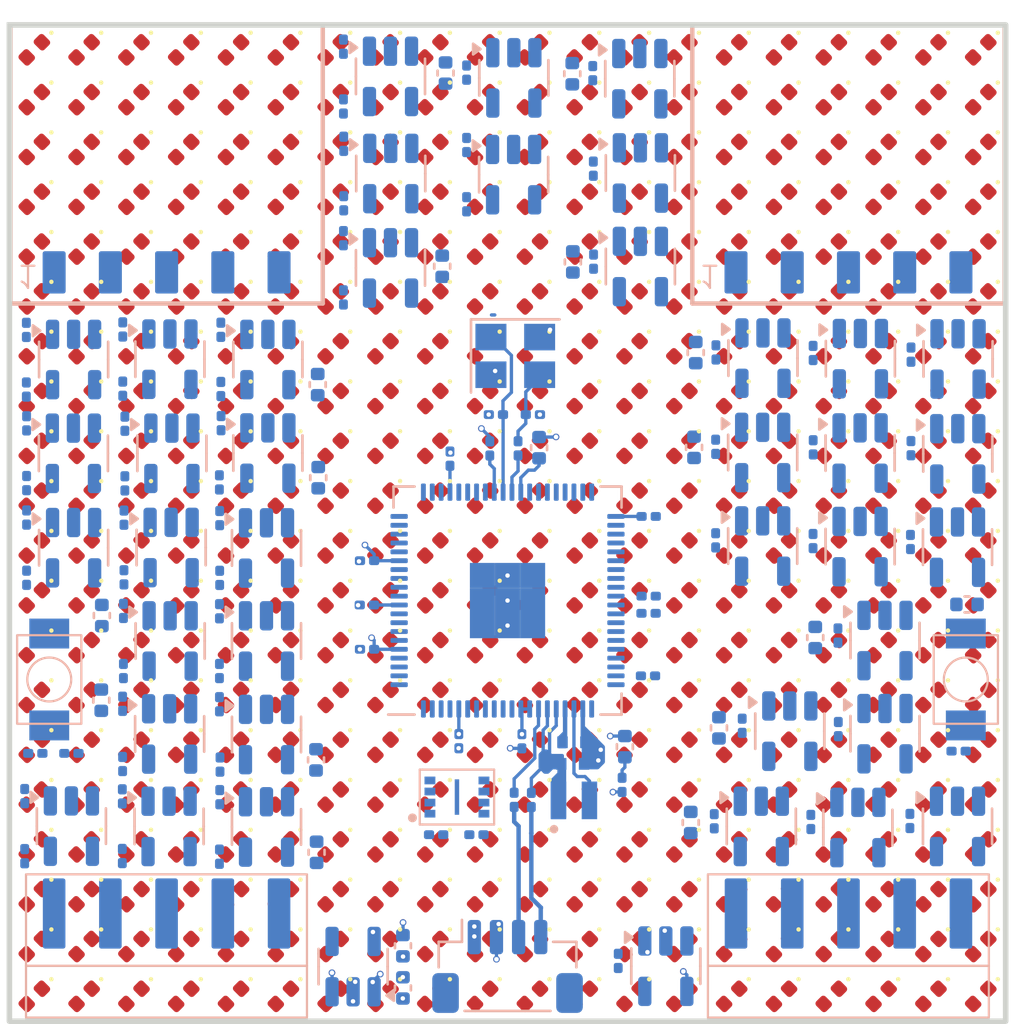
<source format=kicad_pcb>
(kicad_pcb (version 20241229) (generator "pcbnew") (generator_version "9.0")
  (layers (0 "F.Cu" signal) (4 "In1.Cu" power) (6 "In2.Cu" power) (8 "In3.Cu" power) (10 "In4.Cu" signal) (2 "B.Cu" signal) (13 "F.Paste" user) (15 "B.Paste" user) (5 "F.SilkS" user "F.Silkscreen") (7 "B.SilkS" user "B.Silkscreen") (1 "F.Mask" user) (3 "B.Mask" user) (25 "Edge.Cuts" user))
  (net 0 "")
  (net 1 "GND")
  (net 2 "/panel_mcu/XIN")
  (net 3 "Net-(C2-Pad1)")
  (net 4 "+3V3")
  (net 5 "+1V1")
  (net 6 "/panel_mcu/VREG_AVDD")
  (net 7 "+5V")
  (net 8 "/drivers/ROW_00")
  (net 9 "Net-(D1-A)")
  (net 10 "/drivers/ROW_01")
  (net 11 "/drivers/ROW_02")
  (net 12 "/drivers/ROW_03")
  (net 13 "/drivers/ROW_04")
  (net 14 "Net-(D100-A)")
  (net 15 "/drivers/ROW_05")
  (net 16 "/drivers/ROW_06")
  (net 17 "/drivers/ROW_07")
  (net 18 "/drivers/ROW_08")
  (net 19 "/drivers/ROW_09")
  (net 20 "/drivers/ROW_10")
  (net 21 "/drivers/ROW_11")
  (net 22 "/drivers/ROW_12")
  (net 23 "/drivers/ROW_13")
  (net 24 "/drivers/ROW_14")
  (net 25 "/drivers/ROW_15")
  (net 26 "/drivers/ROW_16")
  (net 27 "/drivers/ROW_17")
  (net 28 "Net-(D181-A)")
  (net 29 "/drivers/ROW_18")
  (net 30 "/drivers/ROW_19")
  (net 31 "Net-(D21-A)")
  (net 32 "Net-(D41-A)")
  (net 33 "Net-(D61-A)")
  (net 34 "Net-(D101-A)")
  (net 35 "Net-(D121-A)")
  (net 36 "Net-(D141-A)")
  (net 37 "Net-(D161-A)")
  (net 38 "Net-(D201-A)")
  (net 39 "Net-(D221-A)")
  (net 40 "Net-(D241-A)")
  (net 41 "Net-(D261-A)")
  (net 42 "Net-(D281-A)")
  (net 43 "Net-(D301-A)")
  (net 44 "/panel_mcu/D-")
  (net 45 "/panel_mcu/D+")
  (net 46 "/panel_header/MOSI")
  (net 47 "/panel_header/MISO")
  (net 48 "/panel_header/SCK")
  (net 49 "/panel_header/CS2")
  (net 50 "/panel_header/CS0")
  (net 51 "/panel_header/CS4")
  (net 52 "/panel_header/CS1")
  (net 53 "/panel_header/EINT")
  (net 55 "/panel_mcu/VREG_LX")
  (net 56 "/panel_mcu/XIP_CS1n")
  (net 57 "Net-(R2-Pad1)")
  (net 58 "/panel_mcu/QSPI_SS")
  (net 59 "/panel_mcu/~{USB_BOOT}")
  (net 60 "/panel_mcu/XOUT")
  (net 61 "Net-(U2-USB_DP)")
  (net 62 "Net-(U2-USB_DM)")
  (net 63 "Net-(D321-A)")
  (net 64 "Net-(D341-A)")
  (net 65 "Net-(D361-A)")
  (net 66 "Net-(D381-A)")
  (net 67 "/drivers/COL_00")
  (net 68 "/drivers/COL_01")
  (net 69 "/drivers/COL_02")
  (net 70 "/drivers/COL_03")
  (net 71 "/drivers/COL_04")
  (net 72 "/drivers/COL_05")
  (net 73 "/drivers/COL_06")
  (net 74 "/drivers/COL_07")
  (net 75 "/drivers/COL_08")
  (net 76 "/drivers/COL_09")
  (net 77 "/drivers/COL_10")
  (net 78 "/drivers/COL_11")
  (net 79 "/drivers/COL_12")
  (net 80 "/drivers/COL_13")
  (net 81 "/panel_mcu/RUN")
  (net 82 "/panel_mcu/QSPI_SD2")
  (net 83 "/panel_mcu/QSPI_SD1")
  (net 84 "/panel_mcu/QSPI_SD3")
  (net 85 "/panel_mcu/QSPI_SCLK")
  (net 86 "/panel_mcu/QSPI_SD0")
  (net 87 "/drivers/COL_14")
  (net 88 "/drivers/COL_15")
  (net 89 "/drivers/COL_16")
  (net 90 "/drivers/COL_17")
  (net 91 "/drivers/COL_18")
  (net 92 "/drivers/COL_19")
  (net 94 "/drivers/ROW_MCU_09")
  (net 95 "/drivers/COL_MCU_12")
  (net 96 "/drivers/COL_MCU_17")
  (net 97 "/drivers/COL_MCU_11")
  (net 99 "/drivers/COL_MCU_02")
  (net 100 "/drivers/ROW_MCU_11")
  (net 102 "/drivers/COL_MCU_16")
  (net 103 "/drivers/COL_MCU_10")
  (net 104 "/drivers/ROW_MCU_07")
  (net 105 "/drivers/COL_MCU_14")
  (net 106 "/drivers/ROW_MCU_18")
  (net 107 "/drivers/ROW_MCU_10")
  (net 108 "/drivers/ROW_MCU_05")
  (net 109 "/drivers/COL_MCU_13")
  (net 110 "/drivers/COL_MCU_03")
  (net 111 "/drivers/ROW_MCU_06")
  (net 112 "/drivers/COL_MCU_07")
  (net 113 "/drivers/ROW_MCU_16")
  (net 114 "/drivers/ROW_MCU_02")
  (net 115 "/drivers/ROW_MCU_04")
  (net 116 "/drivers/ROW_MCU_08")
  (net 117 "/drivers/COL_MCU_15")
  (net 118 "/drivers/ROW_MCU_00")
  (net 119 "/drivers/COL_MCU_09")
  (net 120 "/drivers/COL_MCU_18")
  (net 121 "/drivers/COL_MCU_06")
  (net 122 "/drivers/COL_MCU_01")
  (net 124 "/drivers/COL_MCU_00")
  (net 125 "/drivers/ROW_MCU_14")
  (net 126 "/drivers/ROW_MCU_19")
  (net 127 "/drivers/ROW_MCU_12")
  (net 128 "/drivers/COL_MCU_05")
  (net 129 "/drivers/ROW_MCU_01")
  (net 130 "/drivers/COL_MCU_04")
  (net 132 "/drivers/ROW_MCU_03")
  (net 133 "/drivers/COL_MCU_08")
  (net 134 "/drivers/ROW_MCU_17")
  (net 135 "/drivers/ROW_MCU_15")
  (net 136 "/drivers/COL_MCU_19")
  (net 137 "/drivers/ROW_MCU_13")
  (footprint "panel_custom:LED_0402_1005Metric" (layer "F.Cu") (at 84.875 73.625 -135)
    (property "Reference" "D275" (hide yes))
    (property "Value" "LED" (hide yes))
  )
  (footprint "panel_custom:LED_0402_1005Metric" (layer "F.Cu") (at 55.625 62.375 -135)
    (property "Reference" "D58" (hide yes))
    (property "Value" "LED" (hide yes))
  )
  (footprint "panel_custom:LED_0402_1005Metric" (layer "F.Cu") (at 60.125 53.375 -135)
    (property "Reference" "D121" (hide yes))
    (property "Value" "LED" (hide yes))
  )
  (footprint "panel_custom:LED_0402_1005Metric" (layer "F.Cu") (at 71.375 89.375 -135)
    (property "Reference" "D229" (hide yes))
    (property "Value" "LED" (hide yes))
  )
  (footprint "panel_custom:LED_0402_1005Metric" (layer "F.Cu") (at 84.875 71.375 -135)
    (property "Reference" "D316" (hide yes))
    (property "Value" "LED" (hide yes))
  )
  (footprint "panel_custom:LED_0402_1005Metric" (layer "F.Cu") (at 75.875 80.375 -135)
    (property "Reference" "D234" (hide yes))
    (property "Value" "LED" (hide yes))
  )
  (footprint "panel_custom:LED_0402_1005Metric" (layer "F.Cu") (at 73.625 69.125 -135)
    (property "Reference" "D176" (hide yes))
    (property "Value" "LED" (hide yes))
  )
  (footprint "panel_custom:LED_0402_1005Metric" (layer "F.Cu") (at 55.625 51.125 -135)
    (property "Reference" "D20" (hide yes))
    (property "Value" "LED" (hide yes))
  )
  (footprint "panel_custom:LED_0402_1005Metric" (layer "F.Cu") (at 93.875 75.875 -135)
    (property "Reference" "D395" (hide yes))
    (property "Value" "LED" (hide yes))
  )
  (footprint "panel_custom:LED_0402_1005Metric" (layer "F.Cu") (at 66.875 89.375 -135)
    (property "Reference" "D152" (hide yes))
    (property "Value" "LED" (hide yes))
  )
  (footprint "panel_custom:LED_0402_1005Metric" (layer "F.Cu") (at 91.625 51.125 -135)
    (property "Reference" "D340" (hide yes))
    (property "Value" "LED" (hide yes))
  )
  (footprint "panel_custom:LED_0402_1005Metric" (layer "F.Cu") (at 87.125 55.625 -135)
    (property "Reference" "D322" (hide yes))
    (property "Value" "LED" (hide yes))
  )
  (footprint "panel_custom:LED_0402_1005Metric" (layer "F.Cu") (at 66.875 87.125 -135)
    (property "Reference" "D112" (hide yes))
    (property "Value" "LED" (hide yes))
  )
  (footprint "panel_custom:LED_0402_1005Metric" (layer "F.Cu") (at 73.625 82.625 -135)
    (property "Reference" "D173" (hide yes))
    (property "Value" "LED" (hide yes))
  )
  (footprint "panel_custom:LED_0402_1005Metric" (layer "F.Cu") (at 87.125 57.875 -135)
    (property "Reference" "D362" (hide yes))
    (property "Value" "LED" (hide yes))
  )
  (footprint "panel_custom:LED_0402_1005Metric" (layer "F.Cu") (at 91.625 73.625 -135)
    (property "Reference" "D335" (hide yes))
    (property "Value" "LED" (hide yes))
  )
  (footprint "panel_custom:LED_0402_1005Metric" (layer "F.Cu") (at 64.625 89.375 -135)
    (property "Reference" "D132" (hide yes))
    (property "Value" "LED" (hide yes))
  )
  (footprint "panel_custom:LED_0402_1005Metric" (layer "F.Cu") (at 91.625 82.625 -135)
    (property "Reference" "D333" (hide yes))
    (property "Value" "LED" (hide yes))
  )
  (footprint "panel_custom:LED_0402_1005Metric" (layer "F.Cu") (at 60.125 57.875 -135)
    (property "Reference" "D122" (hide yes))
    (property "Value" "LED" (hide yes))
  )
  (footprint "panel_custom:LED_0402_1005Metric" (layer "F.Cu") (at 71.375 51.125 -135)
    (property "Reference" "D181" (hide yes))
    (property "Value" "LED" (hide yes))
  )
  (footprint "panel_custom:LED_0402_1005Metric" (layer "F.Cu") (at 71.375 71.375 -135)
    (property "Reference" "D225" (hide yes))
    (property "Value" "LED" (hide yes))
  )
  (footprint "panel_custom:LED_0402_1005Metric" (layer "F.Cu") (at 53.375 82.625 -135)
    (property "Reference" "D28" (hide yes))
    (property "Value" "LED" (hide yes))
  )
  (footprint "panel_custom:LED_0402_1005Metric" (layer "F.Cu") (at 82.625 82.625 -135)
    (property "Reference" "D253" (hide yes))
    (property "Value" "LED" (hide yes))
  )
  (footprint "panel_custom:LED_0402_1005Metric" (layer "F.Cu") (at 82.625 75.875 -135)
    (property "Reference" "D295" (hide yes))
    (property "Value" "LED" (hide yes))
  )
  (footprint "panel_custom:LED_0402_1005Metric" (layer "F.Cu") (at 69.125 57.875 -135)
    (property "Reference" "D202" (hide yes))
    (property "Value" "LED" (hide yes))
  )
  (footprint "panel_custom:LED_0402_1005Metric" (layer "F.Cu") (at 69.125 62.375 -135)
    (property "Reference" "D203" (hide yes))
    (property "Value" "LED" (hide yes))
  )
  (footprint "panel_custom:LED_0402_1005Metric" (layer "F.Cu") (at 69.125 84.875 -135)
    (property "Reference" "D208" (hide yes))
    (property "Value" "LED" (hide yes))
  )
  (footprint "panel_custom:LED_0402_1005Metric" (layer "F.Cu") (at 80.375 80.375 -135)
    (property "Reference" "D307" (hide yes))
    (property "Value" "LED" (hide yes))
  )
  (footprint "panel_custom:LED_0402_1005Metric" (layer "F.Cu") (at 75.875 82.625 -135)
    (property "Reference" "D193" (hide yes))
    (property "Value" "LED" (hide yes))
  )
  (footprint "panel_custom:LED_0402_1005Metric" (layer "F.Cu") (at 82.625 78.125 -135)
    (property "Reference" "D254" (hide yes))
    (property "Value" "LED" (hide yes))
  )
  (footprint "panel_custom:LED_0402_1005Metric" (layer "F.Cu") (at 87.125 75.875 -135)
    (property "Reference" "D366" (hide yes))
    (property "Value" "LED" (hide yes))
  )
  (footprint "panel_custom:LED_0402_1005Metric" (layer "F.Cu") (at 75.875 73.625 -135)
    (property "Reference" "D195" (hide yes))
    (property "Value" "LED" (hide yes))
  )
  (footprint "panel_custom:LED_0402_1005Metric" (layer "F.Cu") (at 62.375 91.625 -135)
    (property "Reference" "D110" (hide yes))
    (property "Value" "LED" (hide yes))
  )
  (footprint "panel_custom:LED_0402_1005Metric" (layer "F.Cu") (at 64.625 80.375 -135)
    (property "Reference" "D134" (hide yes))
    (property "Value" "LED" (hide yes))
  )
  (footprint "panel_custom:LED_0402_1005Metric" (layer "F.Cu") (at 64.625 82.625 -135)
    (property "Reference" "D93" (hide yes))
    (property "Value" "LED" (hide yes))
  )
  (footprint "panel_custom:LED_0402_1005Metric" (layer "F.Cu") (at 55.625 53.375 -135)
    (property "Reference" "D60" (hide yes))
    (property "Value" "LED" (hide yes))
  )
  (footprint "panel_custom:LED_0402_1005Metric" (layer "F.Cu") (at 78.125 69.125 -135)
    (property "Reference" "D245" (hide yes))
    (property "Value" "LED" (hide yes))
  )
  (footprint "panel_custom:LED_0402_1005Metric" (layer "F.Cu") (at 87.125 51.125 -135)
    (property "Reference" "D321" (hide yes))
    (property "Value" "LED" (hide yes))
  )
  (footprint "panel_custom:LED_0402_1005Metric" (layer "F.Cu") (at 51.125 73.625 -135)
    (property "Reference" "D6" (hide yes))
    (property "Value" "LED" (hide yes))
  )
  (footprint "panel_custom:LED_0402_1005Metric" (layer "F.Cu") (at 57.875 64.625 -135)
    (property "Reference" "D37" (hide yes))
    (property "Value" "LED" (hide yes))
  )
  (footprint "panel_custom:LED_0402_1005Metric" (layer "F.Cu") (at 93.875 64.625 -135)
    (property "Reference" "D357" (hide yes))
    (property "Value" "LED" (hide yes))
  )
  (footprint "panel_custom:LED_0402_1005Metric" (layer "F.Cu") (at 64.625 84.875 -135)
    (property "Reference" "D133" (hide yes))
    (property "Value" "LED" (hide yes))
  )
  (footprint "panel_custom:LED_0402_1005Metric" (layer "F.Cu") (at 57.875 82.625 -135)
    (property "Reference" "D33" (hide yes))
    (property "Value" "LED" (hide yes))
  )
  (footprint "panel_custom:LED_0402_1005Metric" (layer "F.Cu") (at 91.625 60.125 -135)
    (property "Reference" "D338" (hide yes))
    (property "Value" "LED" (hide yes))
  )
  (footprint "panel_custom:LED_0402_1005Metric" (layer "F.Cu") (at 66.875 75.875 -135)
    (property "Reference" "D155" (hide yes))
    (property "Value" "LED" (hide yes))
  )
  (footprint "panel_custom:LED_0402_1005Metric" (layer "F.Cu") (at 71.375 55.625 -135)
    (property "Reference" "D182" (hide yes))
    (property "Value" "LED" (hide yes))
  )
  (footprint "panel_custom:LED_0402_1005Metric" (layer "F.Cu") (at 75.875 71.375 -135)
    (property "Reference" "D236" (hide yes))
    (property "Value" "LED" (hide yes))
  )
  (footprint "panel_custom:LED_0402_1005Metric" (layer "F.Cu") (at 75.875 75.875 -135)
    (property "Reference" "D235" (hide yes))
    (property "Value" "LED" (hide yes))
  )
  (footprint "panel_custom:LED_0402_1005Metric" (layer "F.Cu") (at 93.875 93.875 -135)
    (property "Reference" "D391" (hide yes))
    (property "Value" "LED" (hide yes))
  )
  (footprint "panel_custom:LED_0402_1005Metric" (layer "F.Cu") (at 60.125 84.875 -135)
    (property "Reference" "D128" (hide yes))
    (property "Value" "LED" (hide yes))
  )
  (footprint "panel_custom:LED_0402_1005Metric" (layer "F.Cu") (at 84.875 89.375 -135)
    (property "Reference" "D312" (hide yes))
    (property "Value" "LED" (hide yes))
  )
  (footprint "panel_custom:LED_0402_1005Metric" (layer "F.Cu") (at 60.125 69.125 -135)
    (property "Reference" "D85" (hide yes))
    (property "Value" "LED" (hide yes))
  )
  (footprint "panel_custom:LED_0402_1005Metric" (layer "F.Cu") (at 64.625 53.375 -135)
    (property "Reference" "D140" (hide yes))
    (property "Value" "LED" (hide yes))
  )
  (footprint "panel_custom:LED_0402_1005Metric" (layer "F.Cu") (at 71.375 69.125 -135)
    (property "Reference" "D185" (hide yes))
    (property "Value" "LED" (hide yes))
  )
  (footprint "panel_custom:LED_0402_1005Metric" (layer "F.Cu") (at 53.375 51.125 -135)
    (property "Reference" "D21" (hide yes))
    (property "Value" "LED" (hide yes))
  )
  (footprint "panel_custom:LED_0402_1005Metric" (layer "F.Cu") (at 55.625 57.875 -135)
    (property "Reference" "D59" (hide yes))
    (property "Value" "LED" (hide yes))
  )
  (footprint "panel_custom:LED_0402_1005Metric" (layer "F.Cu") (at 57.875 60.125 -135)
    (property "Reference" "D38" (hide yes))
    (property "Value" "LED" (hide yes))
  )
  (footprint "panel_custom:LED_0402_1005Metric" (layer "F.Cu") (at 71.375 84.875 -135)
    (property "Reference" "D228" (hide yes))
    (property "Value" "LED" (hide yes))
  )
  (footprint "panel_custom:LED_0402_1005Metric" (layer "F.Cu") (at 87.125 87.125 -135)
    (property "Reference" "D329" (hide yes))
    (property "Value" "LED" (hide yes))
  )
  (footprint "panel_custom:LED_0402_1005Metric" (layer "F.Cu") (at 64.625 55.625 -135)
    (property "Reference" "D99" (hide yes))
    (property "Value" "LED" (hide yes))
  )
  (footprint "panel_custom:LED_0402_1005Metric" (layer "F.Cu") (at 91.625 84.875 -135)
    (property "Reference" "D373" (hide yes))
    (property "Value" "LED" (hide yes))
  )
  (footprint "panel_custom:LED_0402_1005Metric" (layer "F.Cu") (at 91.625 75.875 -135)
    (property "Reference" "D375" (hide yes))
    (property "Value" "LED" (hide yes))
  )
  (footprint "panel_custom:LED_0402_1005Metric" (layer "F.Cu") (at 62.375 93.875 -135)
    (property "Reference" "D150" (hide yes))
    (property "Value" "LED" (hide yes))
  )
  (footprint "panel_custom:LED_0402_1005Metric" (layer "F.Cu") (at 75.875 53.375 -135)
    (property "Reference" "D240" (hide yes))
    (property "Value" "LED" (hide yes))
  )
  (footprint "panel_custom:LED_0402_1005Metric" (layer "F.Cu") (at 53.375 53.375 -135)
    (property "Reference" "D61" (hide yes))
    (property "Value" "LED" (hide yes))
  )
  (footprint "panel_custom:LED_0402_1005Metric" (layer "F.Cu") (at 93.875 53.375 -135)
    (property "Reference" "D400" (hide yes))
    (property "Value" "LED" (hide yes))
  )
  (footprint "panel_custom:LED_0402_1005Metric" (layer "F.Cu") (at 91.625 64.625 -135)
    (property "Reference" "D337" (hide yes))
    (property "Value" "LED" (hide yes))
  )
  (footprint "panel_custom:LED_0402_1005Metric" (layer "F.Cu") (at 82.625 57.875 -135)
    (property "Reference" "D299" (hide yes))
    (property "Value" "LED" (hide yes))
  )
  (footprint "panel_custom:LED_0402_1005Metric" (layer "F.Cu") (at 71.375 87.125 -135)
    (property "Reference" "D189" (hide yes))
    (property "Value" "LED" (hide yes))
  )
  (footprint "panel_custom:LED_0402_1005Metric" (layer "F.Cu") (at 53.375 71.375 -135)
    (property "Reference" "D65" (hide yes))
    (property "Value" "LED" (hide yes))
  )
  (footprint "panel_custom:LED_0402_1005Metric" (layer "F.Cu") (at 57.875 53.375 -135)
    (property "Reference" "D80" (hide yes))
    (property "Value" "LED" (hide yes))
  )
  (footprint "panel_custom:LED_0402_1005Metric" (layer "F.Cu") (at 89.375 53.375 -135)
    (property "Reference" "D381" (hide yes))
    (property "Value" "LED" (hide yes))
  )
  (footprint "panel_custom:LED_0402_1005Metric" (layer "F.Cu") (at 62.375 69.125 -135)
    (property "Reference" "D105" (hide yes))
    (property "Value" "LED" (hide yes))
  )
  (footprint "panel_custom:LED_0402_1005Metric" (layer "F.Cu") (at 53.375 57.875 -135)
    (property "Reference" "D62" (hide yes))
    (property "Value" "LED" (hide yes))
  )
  (footprint "panel_custom:LED_0402_1005Metric" (layer "F.Cu") (at 71.375 80.375 -135)
    (property "Reference" "D227" (hide yes))
    (property "Value" "LED" (hide yes))
  )
  (footprint "panel_custom:LED_0402_1005Metric" (layer "F.Cu") (at 71.375 93.875 -135)
    (property "Reference" "D230" (hide yes))
    (property "Value" "LED" (hide yes))
  )
  (footprint "panel_custom:LED_0402_1005Metric" (layer "F.Cu") (at 91.625 57.875 -135)
    (property "Reference" "D379" (hide yes))
    (property "Value" "LED" (hide yes))
  )
  (footprint "panel_custom:LED_0402_1005Metric" (layer "F.Cu") (at 93.875 69.125 -135)
    (property "Reference" "D356" (hide yes))
    (property "Value" "LED" (hide yes))
  )
  (footprint "panel_custom:LED_0402_1005Metric" (layer "F.Cu") (at 89.375 89.375 -135)
    (property "Reference" "D389" (hide yes))
    (property "Value" "LED" (hide yes))
  )
  (footprint "panel_custom:LED_0402_1005Metric" (layer "F.Cu") (at 69.125 60.125 -135)
    (property "Reference" "D163" (hide yes))
    (property "Value" "LED" (hide yes))
  )
  (footprint "panel_custom:LED_0402_1005Metric" (layer "F.Cu") (at 75.875 57.875 -135)
    (property "Reference" "D239" (hide yes))
    (property "Value" "LED" (hide yes))
  )
  (footprint "panel_custom:LED_0402_1005Metric" (layer "F.Cu") (at 62.375 62.375 -135)
    (property "Reference" "D143" (hide yes))
    (property "Value" "LED" (hide yes))
  )
  (footprint "panel_custom:LED_0402_1005Metric" (layer "F.Cu") (at 66.875 57.875 -135)
    (property "Reference" "D159" (hide yes))
    (property "Value" "LED" (hide yes))
  )
  (footprint "panel_custom:LED_0402_1005Metric" (layer "F.Cu") (at 53.375 60.125 -135)
    (property "Reference" "D23" (hide yes))
    (property "Value" "LED" (hide yes))
  )
  (footprint "panel_custom:LED_0402_1005Metric" (layer "F.Cu") (at 53.375 78.125 -135)
    (property "Reference" "D27" (hide yes))
    (property "Value" "LED" (hide yes))
  )
  (footprint "panel_custom:LED_0402_1005Metric" (layer "F.Cu") (at 89.375 62.375 -135)
    (property "Reference" "D383" (hide yes))
    (property "Value" "LED" (hide yes))
  )
  (footprint "panel_custom:LED_0402_1005Metric" (layer "F.Cu") (at 84.875 60.125 -135)
    (property "Reference" "D278" (hide yes))
    (property "Value" "LED" (hide yes))
  )
  (footprint "panel_custom:LED_0402_1005Metric" (layer "F.Cu") (at 91.625 78.125 -135)
    (property "Reference" "D334" (hide yes))
    (property "Value" "LED" (hide yes))
  )
  (footprint "panel_custom:LED_0402_1005Metric" (layer "F.Cu") (at 89.375 66.875 -135)
    (property "Reference" "D384" (hide yes))
    (property "Value" "LED" (hide yes))
  )
  (footprint "panel_custom:LED_0402_1005Metric" (layer "F.Cu") (at 84.875 69.125 -135)
    (property "Reference" "D276" (hide yes))
    (property "Value" "LED" (hide yes))
  )
  (footprint "panel_custom:LED_0402_1005Metric" (layer "F.Cu") (at 80.375 69.125 -135)
    (property "Reference" "D265" (hide yes))
    (property "Value" "LED" (hide yes))
  )
  (footprint "panel_custom:LED_0402_1005Metric" (layer "F.Cu") (at 93.875 87.125 -135)
    (property "Reference" "D352" (hide yes))
    (property "Value" "LED" (hide yes))
  )
  (footprint "panel_custom:LED_0402_1005Metric" (layer "F.Cu") (at 91.625 91.625 -135)
    (property "Reference" "D331" (hide yes))
    (property "Value" "LED" (hide yes))
  )
  (footprint "panel_custom:LED_0402_1005Metric" (layer "F.Cu") (at 82.625 53.375 -135)
    (property "Reference" "D300" (hide yes))
    (property "Value" "LED" (hide yes))
  )
  (footprint "panel_custom:LED_0402_1005Metric" (layer "F.Cu") (at 82.625 71.375 -135)
    (property "Reference" "D296" (hide yes))
    (property "Value" "LED" (hide yes))
  )
  (footprint "panel_custom:LED_0402_1005Metric" (layer "F.Cu") (at 53.375 75.875 -135)
    (property "Reference" "D66" (hide yes))
    (property "Value" "LED" (hide yes))
  )
  (footprint "panel_custom:LED_0402_1005Metric" (layer "F.Cu") (at 73.625 57.875 -135)
    (property "Reference" "D219" (hide yes))
    (property "Value" "LED" (hide yes))
  )
  (footprint "panel_custom:LED_0402_1005Metric" (layer "F.Cu") (at 82.625 64.625 -135)
    (property "Reference" "D257" (hide yes))
    (property "Value" "LED" (hide yes))
  )
  (footprint "panel_custom:LED_0402_1005Metric" (layer "F.Cu") (at 87.125 53.375 -135)
    (property "Reference" "D361" (hide yes))
    (property "Value" "LED" (hide yes))
  )
  (footprint "panel_custom:LED_0402_1005Metric" (layer "F.Cu") (at 93.875 80.375 -135)
    (property "Reference" "D394" (hide yes))
    (property "Value" "LED" (hide yes))
  )
  (footprint "panel_custom:LED_0402_1005Metric" (layer "F.Cu") (at 51.125 62.375 -135)
    (property "Reference" "D43" (hide yes))
    (property "Value" "LED" (hide yes))
  )
  (footprint "panel_custom:LED_0402_1005Metric" (layer "F.Cu") (at 71.375 78.125 -135)
    (property "Reference" "D187" (hide yes))
    (property "Value" "LED" (hide yes))
  )
  (footprint "panel_custom:LED_0402_1005Metric" (layer "F.Cu") (at 84.875 66.875 -135)
    (property "Reference" "D317" (hide yes))
    (property "Value" "LED" (hide yes))
  )
  (footprint "panel_custom:LED_0402_1005Metric" (layer "F.Cu") (at 69.125 75.875 -135)
    (property "Reference" "D206" (hide yes))
    (property "Value" "LED" (hide yes))
  )
  (footprint "panel_custom:LED_0402_1005Metric" (layer "F.Cu") (at 80.375 93.875 -135)
    (property "Reference" "D310" (hide yes))
    (property "Value" "LED" (hide yes))
  )
  (footprint "panel_custom:LED_0402_1005Metric" (layer "F.Cu") (at 57.875 89.375 -135)
    (property "Reference" "D72" (hide yes))
    (property "Value" "LED" (hide yes))
  )
  (footprint "panel_custom:LED_0402_1005Metric" (layer "F.Cu") (at 84.875 93.875 -135)
    (property "Reference" "D311" (hide yes))
    (property "Value" "LED" (hide yes))
  )
  (footprint "panel_custom:LED_0402_1005Metric" (layer "F.Cu") (at 89.375 84.875 -135)
    (property "Reference" "D388" (hide yes))
    (property "Value" "LED" (hide yes))
  )
  (footprint "panel_custom:LED_0402_1005Metric" (layer "F.Cu") (at 78.125 62.375 -135)
    (property "Reference" "D283" (hide yes))
    (property "Value" "LED" (hide yes))
  )
  (footprint "panel_custom:LED_0402_1005Metric" (layer "F.Cu") (at 51.125 75.875 -135)
    (property "Reference" "D46" (hide yes))
    (property "Value" "LED" (hide yes))
  )
  (footprint "panel_custom:LED_0402_1005Metric" (layer "F.Cu") (at 69.125 51.125 -135)
    (property "Reference" "D161" (hide yes))
    (property "Value" "LED" (hide yes))
  )
  (footprint "panel_custom:LED_0402_1005Metric" (layer "F.Cu") (at 51.125 60.125 -135)
    (property "Reference" "D3" (hide yes))
    (property "Value" "LED" (hide yes))
  )
  (footprint "panel_custom:LED_0402_1005Metric" (layer "F.Cu") (at 93.875 82.625 -135)
    (property "Reference" "D353" (hide yes))
    (property "Value" "LED" (hide yes))
  )
  (footprint "panel_custom:LED_0402_1005Metric" (layer "F.Cu") (at 71.375 82.625 -135)
    (property "Reference" "D188" (hide yes))
    (property "Value" "LED" (hide yes))
  )
  (footprint "panel_custom:LED_0402_1005Metric" (layer "F.Cu") (at 91.625 69.125 -135)
    (property "Reference" "D336" (hide yes))
    (property "Value" "LED" (hide yes))
  )
  (footprint "panel_custom:LED_0402_1005Metric" (layer "F.Cu") (at 57.875 73.625 -135)
    (property "Reference" "D35" (hide yes))
    (property "Value" "LED" (hide yes))
  )
  (footprint "panel_custom:LED_0402_1005Metric" (layer "F.Cu") (at 87.125 73.625 -135)
    (property "Reference" "D326" (hide yes))
    (property "Value" "LED" (hide yes))
  )
  (footprint "panel_custom:LED_0402_1005Metric" (layer "F.Cu") (at 60.125 71.375 -135)
    (property "Reference" "D125" (hide yes))
    (property "Value" "LED" (hide yes))
  )
  (footprint "panel_custom:LED_0402_1005Metric" (layer "F.Cu") (at 87.125 93.875 -135)
    (property "Reference" "D370" (hide yes))
    (property "Value" "LED" (hide yes))
  )
  (footprint "panel_custom:LED_0402_1005Metric" (layer "F.Cu") (at 51.125 57.875 -135)
    (property "Reference" "D42" (hide yes))
    (property "Value" "LED" (hide yes))
  )
  (footprint "panel_custom:LED_0402_1005Metric" (layer "F.Cu") (at 51.125 80.375 -135)
    (property "Reference" "D47" (hide yes))
    (property "Value" "LED" (hide yes))
  )
  (footprint "panel_custom:LED_0402_1005Metric" (layer "F.Cu") (at 84.875 51.125 -135)
    (property "Reference" "D280" (hide yes))
    (property "Value" "LED" (hide yes))
  )
  (footprint "panel_custom:LED_0402_1005Metric" (layer "F.Cu") (at 69.125 73.625 -135)
    (property "Reference" "D166" (hide yes))
    (property "Value" "LED" (hide yes))
  )
  (footprint "panel_custom:LED_0402_1005Metric" (layer "F.Cu") (at 89.375 75.875 -135)
    (property "Reference" "D386" (hide yes))
    (property "Value" "LED" (hide yes))
  )
  (footprint "panel_custom:LED_0402_1005Metric" (layer "F.Cu") (at 66.875 55.625 -135)
    (property "Reference" "D119" (hide yes))
    (property "Value" "LED" (hide yes))
  )
  (footprint "panel_custom:LED_0402_1005Metric" (layer "F.Cu") (at 55.625 93.875 -135)
    (property "Reference" "D51" (hide yes))
    (property "Value" "LED" (hide yes))
  )
  (footprint "panel_custom:LED_0402_1005Metric" (layer "F.Cu") (at 53.375 87.125 -135)
    (property "Reference" "D29" (hide yes))
    (property "Value" "LED" (hide yes))
  )
  (footprint "panel_custom:LED_0402_1005Metric" (layer "F.Cu") (at 57.875 84.875 -135)
    (property "Reference" "D73" (hide yes))
    (property "Value" "LED" (hide yes))
  )
  (footprint "panel_custom:LED_0402_1005Metric" (layer "F.Cu") (at 53.375 62.375 -135)
    (property "Reference" "D63" (hide yes))
    (property "Value" "LED" (hide yes))
  )
  (footprint "panel_custom:LED_0402_1005Metric" (layer "F.Cu") (at 84.875 82.625 -135)
    (property "Reference" "D273" (hide yes))
    (property "Value" "LED" (hide yes))
  )
  (footprint "panel_custom:LED_0402_1005Metric" (layer "F.Cu") (at 84.875 87.125 -135)
    (property "Reference" "D272" (hide yes))
    (property "Value" "LED" (hide yes))
  )
  (footprint "panel_custom:LED_0402_1005Metric" (layer "F.Cu") (at 78.125 84.875 -135)
    (property "Reference" "D288" (hide yes))
    (property "Value" "LED" (hide yes))
  )
  (footprint "panel_custom:LED_0402_1005Metric" (layer "F.Cu") (at 60.125 66.875 -135)
    (property "Reference" "D124" (hide yes))
    (property "Value" "LED" (hide yes))
  )
  (footprint "panel_custom:LED_0402_1005Metric" (layer "F.Cu") (at 57.875 71.375 -135)
    (property "Reference" "D76" (hide yes))
    (property "Value" "LED" (hide yes))
  )
  (footprint "panel_custom:LED_0402_1005Metric" (layer "F.Cu") (at 93.875 66.875 -135)
    (property "Reference" "D397" (hide yes))
    (property "Value" "LED" (hide yes))
  )
  (footprint "panel_custom:LED_0402_1005Metric" (layer "F.Cu") (at 55.625 60.125 -135)
    (property "Reference" "D18" (hide yes))
    (property "Value" "LED" (hide yes))
  )
  (footprint "panel_custom:LED_0402_1005Metric" (layer "F.Cu") (at 60.125 60.125 -135)
    (property "Reference" "D83" (hide yes))
    (property "Value" "LED" (hide yes))
  )
  (footprint "panel_custom:LED_0402_1005Metric" (layer "F.Cu") (at 51.125 71.375 -135)
    (property "Reference" "D45" (hide yes))
    (property "Value" "LED" (hide yes))
  )
  (footprint "panel_custom:LED_0402_1005Metric" (layer "F.Cu") (at 78.125 53.375 -135)
    (property "Reference" "D281" (hide yes))
    (property "Value" "LED" (hide yes))
  )
  (footprint "panel_custom:LED_0402_1005Metric" (layer "F.Cu") (at 55.625 66.875 -135)
    (property "Reference" "D57" (hide yes))
    (property "Value" "LED" (hide yes))
  )
  (footprint "panel_custom:LED_0402_1005Metric" (layer "F.Cu") (at 84.875 57.875 -135)
    (property "Reference" "D319" (hide yes))
    (property "Value" "LED" (hide yes))
  )
  (footprint "panel_custom:LED_0402_1005Metric" (layer "F.Cu") (at 82.625 55.625 -135)
    (property "Reference" "D259" (hide yes))
    (property "Value" "LED" (hide yes))
  )
  (footprint "panel_custom:LED_0402_1005Metric" (layer "F.Cu") (at 64.625 57.875 -135)
    (property "Reference" "D139" (hide yes))
    (property "Value" "LED" (hide yes))
  )
  (footprint "panel_custom:LED_0402_1005Metric" (layer "F.Cu") (at 62.375 53.375 -135)
    (property "Reference" "D141" (hide yes))
    (property "Value" "LED" (hide yes))
  )
  (footprint "panel_custom:LED_0402_1005Metric" (layer "F.Cu") (at 71.375 64.625 -135)
    (property "Reference" "D184" (hide yes))
    (property "Value" "LED" (hide yes))
  )
  (footprint "panel_custom:LED_0402_1005Metric" (layer "F.Cu") (at 93.875 71.375 -135)
    (property "Reference" "D396" (hide yes))
    (property "Value" "LED" (hide yes))
  )
  (footprint "panel_custom:LED_0402_1005Metric" (layer "F.Cu") (at 93.875 60.125 -135)
    (property "Reference" "D358" (hide yes))
    (property "Value" "LED" (hide yes))
  )
  (footprint "panel_custom:LED_0402_1005Metric" (layer "F.Cu") (at 69.125 55.625 -135)
    (property "Reference" "D162" (hide yes))
    (property "Value" "LED" (hide yes))
  )
  (footprint "panel_custom:LED_0402_1005Metric" (layer "F.Cu") (at 80.375 57.875 -135)
    (property "Reference" "D302" (hide yes))
    (property "Value" "LED" (hide yes))
  )
  (footprint "panel_custom:LED_0402_1005Metric" (layer "F.Cu") (at 62.375 55.625 -135)
    (property "Reference" "D102" (hide yes))
    (property "Value" "LED" (hide yes))
  )
  (footprint "panel_custom:LED_0402_1005Metric" (layer "F.Cu") (at 75.875 60.125 -135)
    (property "Reference" "D198" (hide yes))
    (property "Value" "LED" (hide yes))
  )
  (footprint "panel_custom:LED_0402_1005Metric" (layer "F.Cu") (at 93.875 62.375 -135)
    (property "Reference" "D398" (hide yes))
    (property "Value" "LED" (hide yes))
  )
  (footprint "panel_custom:LED_0402_1005Metric" (layer "F.Cu") (at 66.875 60.125 -135)
    (property "Reference" "D118" (hide yes))
    (property "Value" "LED" (hide yes))
  )
  (footprint "panel_custom:LED_0402_1005Metric" (layer "F.Cu") (at 78.125 93.875 -135)
    (property "Reference" "D290" (hide yes))
    (property "Value" "LED" (hide yes))
  )
  (footprint "panel_custom:LED_0402_1005Metric" (layer "F.Cu") (at 53.375 64.625 -135)
    (property "Reference" "D24" (hide yes))
    (property "Value" "LED" (hide yes))
  )
  (footprint "panel_custom:LED_0402_1005Metric" (layer "F.Cu") (at 55.625 87.125 -135)
    (property "Reference" "D12" (hide yes))
    (property "Value" "LED" (hide yes))
  )
  (footprint "panel_custom:LED_0402_1005Metric" (layer "F.Cu") (at 80.375 55.625 -135)
    (property "Reference" "D262" (hide yes))
    (property "Value" "LED" (hide yes))
  )
  (footprint "panel_custom:LED_0402_1005Metric" (layer "F.Cu") (at 82.625 60.125 -135)
    (property "Reference" "D258" (hide yes))
    (property "Value" "LED" (hide yes))
  )
  (footprint "panel_custom:LED_0402_1005Metric" (layer "F.Cu") (at 75.875 78.125 -135)
    (property "Reference" "D194" (hide yes))
    (property "Value" "LED" (hide yes))
  )
  (footprint "panel_custom:LED_0402_1005Metric" (layer "F.Cu") (at 82.625 89.375 -135)
    (property "Reference" "D292" (hide yes))
    (property "Value" "LED" (hide yes))
  )
  (footprint "panel_custom:LED_0402_1005Metric" (layer "F.Cu") (at 84.875 84.875 -135)
    (property "Reference" "D313" (hide yes))
    (property "Value" "LED" (hide yes))
  )
  (footprint "panel_custom:LED_0402_1005Metric" (layer "F.Cu") (at 87.125 80.375 -135)
    (property "Reference" "D367" (hide yes))
    (property "Value" "LED" (hide yes))
  )
  (footprint "panel_custom:LED_0402_1005Metric" (layer "F.Cu") (at 62.375 73.625 -135)
    (property "Reference" "D106" (hide yes))
    (property "Value" "LED" (hide yes))
  )
  (footprint "panel_custom:LED_0402_1005Metric" (layer "F.Cu") (at 60.125 87.125 -135)
    (property "Reference" "D89" (hide yes))
    (property "Value" "LED" (hide yes))
  )
  (footprint "panel_custom:LED_0402_1005Metric" (layer "F.Cu") (at 71.375 60.125 -135)
    (property "Reference" "D183" (hide yes))
    (property "Value" "LED" (hide yes))
  )
  (footprint "panel_custom:LED_0402_1005Metric" (layer "F.Cu") (at 51.125 91.625 -135)
    (property "Reference" "D10" (hide yes))
    (property "Value" "LED" (hide yes))
  )
  (footprint "panel_custom:LED_0402_1005Metric" (layer "F.Cu") (at 55.625 69.125 -135)
    (property "Reference" "D16" (hide yes))
    (property "Value" "LED" (hide yes))
  )
  (footprint "panel_custom:LED_0402_1005Metric" (layer "F.Cu") (at 64.625 60.125 -135)
    (property "Reference" "D98" (hide yes))
    (property "Value" "LED" (hide yes))
  )
  (footprint "panel_custom:LED_0402_1005Metric" (layer "F.Cu") (at 71.375 73.625 -135)
    (property "Reference" "D186" (hide yes))
    (property "Value" "LED" (hide yes))
  )
  (footprint "panel_custom:LED_0402_1005Metric" (layer "F.Cu") (at 64.625 75.875 -135)
    (property "Reference" "D135" (hide yes))
    (property "Value" "LED" (hide yes))
  )
  (footprint "panel_custom:LED_0402_1005Metric" (layer "F.Cu") (at 60.125 78.125 -135)
    (property "Reference" "D87" (hide yes))
    (property "Value" "LED" (hide yes))
  )
  (footprint "panel_custom:LED_0402_1005Metric" (layer "F.Cu") (at 57.875 55.625 -135)
    (property "Reference" "D39" (hide yes))
    (property "Value" "LED" (hide yes))
  )
  (footprint "panel_custom:LED_0402_1005Metric" (layer "F.Cu") (at 62.375 66.875 -135)
    (property "Reference" "D144" (hide yes))
    (property "Value" "LED" (hide yes))
  )
  (footprint "panel_custom:LED_0402_1005Metric" (layer "F.Cu") (at 60.125 62.375 -135)
    (property "Reference" "D123" (hide yes))
    (property "Value" "LED" (hide yes))
  )
  (footprint "panel_custom:LED_0402_1005Metric" (layer "F.Cu") (at 69.125 80.375 -135)
    (property "Reference" "D207" (hide yes))
    (property "Value" "LED" (hide yes))
  )
  (footprint "panel_custom:LED_0402_1005Metric" (layer "F.Cu") (at 75.875 87.125 -135)
    (property "Reference" "D192" (hide yes))
    (property "Value" "LED" (hide yes))
  )
  (footprint "panel_custom:LED_0402_1005Metric" (layer "F.Cu") (at 84.875 91.625 -135)
    (property "Reference" "D271" (hide yes))
    (property "Value" "LED" (hide yes))
  )
  (footprint "panel_custom:LED_0402_1005Metric" (layer "F.Cu") (at 78.125 60.125 -135)
    (property "Reference" "D243" (hide yes))
    (property "Value" "LED" (hide yes))
  )
  (footprint "panel_custom:LED_0402_1005Metric" (layer "F.Cu") (at 57.875 87.125 -135)
    (property "Reference" "D32" (hide yes))
    (property "Value" "LED" (hide yes))
  )
  (footprint "panel_custom:LED_0402_1005Metric" (layer "F.Cu") (at 78.125 51.125 -135)
    (property "Reference" "D241" (hide yes))
    (property "Value" "LED" (hide yes))
  )
  (footprint "panel_custom:LED_0402_1005Metric" (layer "F.Cu") (at 87.125 69.125 -135)
    (property "Reference" "D325" (hide yes))
    (property "Value" "LED" (hide yes))
  )
  (footprint "panel_custom:LED_0402_1005Metric" (layer "F.Cu") (at 66.875 82.625 -135)
    (property "Reference" "D113" (hide yes))
    (property "Value" "LED" (hide yes))
  )
  (footprint "panel_custom:LED_0402_1005Metric" (layer "F.Cu") (at 87.125 64.625 -135)
    (property "Reference" "D324" (hide yes))
    (property "Value" "LED" (hide yes))
  )
  (footprint "panel_custom:LED_0402_1005Metric" (layer "F.Cu") (at 55.625 64.625 -135)
    (property "Reference" "D17" (hide yes))
    (property "Value" "LED" (hide yes))
  )
  (footprint "panel_custom:LED_0402_1005Metric" (layer "F.Cu") (at 78.125 82.625 -135)
    (property "Reference" "D248" (hide yes))
    (property "Value" "LED" (hide yes))
  )
  (footprint "panel_custom:LED_0402_1005Metric" (layer "F.Cu") (at 73.625 71.375 -135)
    (property "Reference" "D216" (hide yes))
    (property "Value" "LED" (hide yes))
  )
  (footprint "panel_custom:LED_0402_1005Metric" (layer "F.Cu") (at 51.125 69.125 -135)
    (property "Reference" "D5" (hide yes))
    (property "Value" "LED" (hide yes))
  )
  (footprint "panel_custom:LED_0402_1005Metric" (layer "F.Cu") (at 71.375 57.875 -135)
    (property "Reference" "D222" (hide yes))
    (property "Value" "LED" (hide yes))
  )
  (footprint "panel_custom:LED_0402_1005Metric" (layer "F.Cu") (at 53.375 89.375 -135)
    (property "Reference" "D69" (hide yes))
    (property "Value" "LED" (hide yes))
  )
  (footprint "panel_custom:LED_0402_1005Metric" (layer "F.Cu") (at 73.625 55.625 -135)
    (property "Reference" "D179" (hide yes))
    (property "Value" "LED" (hide yes))
  )
  (footprint "panel_custom:LED_0402_1005Metric" (layer "F.Cu") (at 82.625 91.625 -135)
    (property "Reference" "D251" (hide yes))
    (property "Value" "LED" (hide yes))
  )
  (footprint "panel_custom:LED_0402_1005Metric" (layer "F.Cu") (at 71.375 66.875 -135)
    (property "Reference" "D224" (hide yes))
    (property "Value" "LED" (hide yes))
  )
  (footprint "panel_custom:LED_0402_1005Metric" (layer "F.Cu") (at 55.625 84.875 -135)
    (property "Reference" "D53" (hide yes))
    (property "Value" "LED" (hide yes))
  )
  (footprint "panel_custom:LED_0402_1005Metric" (layer "F.Cu") (at 87.125 71.375 -135)
    (property "Reference" "D365" (hide yes))
    (property "Value" "LED" (hide yes))
  )
  (footprint "panel_custom:LED_0402_1005Metric" (layer "F.Cu") (at 71.375 62.375 -135)
    (property "Reference" "D223" (hide yes))
    (property "Value" "LED" (hide yes))
  )
  (footprint "panel_custom:LED_0402_1005Metric" (layer "F.Cu") (at 51.125 78.125 -135)
    (property "Reference" "D7" (hide yes))
    (property "Value" "LED" (hide yes))
  )
  (footprint "panel_custom:LED_0402_1005Metric" (layer "F.Cu") (at 51.125 84.875 -135)
    (property "Reference" "D48" (hide yes))
    (property "Value" "LED" (hide yes))
  )
  (footprint "panel_custom:LED_0402_1005Metric" (layer "F.Cu") (at 55.625 71.375 -135)
    (property "Reference" "D56" (hide yes))
    (property "Value" "LED" (hide yes))
  )
  (footprint "panel_custom:LED_0402_1005Metric" (layer "F.Cu") (at 89.375 71.375 -135)
    (property "Reference" "D385" (hide yes))
    (property "Value" "LED" (hide yes))
  )
  (footprint "panel_custom:LED_0402_1005Metric" (layer "F.Cu") (at 71.375 91.625 -135)
    (property "Reference" "D190" (hide yes))
    (property "Value" "LED" (hide yes))
  )
  (footprint "panel_custom:LED_0402_1005Metric" (layer "F.Cu") (at 64.625 64.625 -135)
    (property "Reference" "D97" (hide yes))
    (property "Value" "LED" (hide yes))
  )
  (footprint "panel_custom:LED_0402_1005Metric" (layer "F.Cu") (at 53.375 84.875 -135)
    (property "Reference" "D68" (hide yes))
    (property "Value" "LED" (hide yes))
  )
  (footprint "panel_custom:LED_0402_1005Metric" (layer "F.Cu") (at 82.625 69.125 -135)
    (property "Reference" "D256" (hide yes))
    (property "Value" "LED" (hide yes))
  )
  (footprint "panel_custom:LED_0402_1005Metric" (layer "F.Cu") (at 80.375 51.125 -135)
    (property "Reference" "D261" (hide yes))
    (property "Value" "LED" (hide yes))
  )
  (footprint "panel_custom:LED_0402_1005Metric" (layer "F.Cu") (at 55.625 75.875 -135)
    (property "Reference" "D55" (hide yes))
    (property "Value" "LED" (hide yes))
  )
  (footprint "panel_custom:LED_0402_1005Metric" (layer "F.Cu") (at 73.625 75.875 -135)
    (property "Reference" "D215" (hide yes))
    (property "Value" "LED" (hide yes))
  )
  (footprint "panel_custom:LED_0402_1005Metric" (layer "F.Cu") (at 93.875 51.125 -135)
    (property "Reference" "D360" (hide yes))
    (property "Value" "LED" (hide yes))
  )
  (footprint "panel_custom:LED_0402_1005Metric" (layer "F.Cu") (at 78.125 75.875 -135)
    (property "Reference" "D286" (hide yes))
    (property "Value" "LED" (hide yes))
  )
  (footprint "panel_custom:LED_0402_1005Metric" (layer "F.Cu") (at 89.375 57.875 -135)
    (property "Reference" "D382" (hide yes))
    (property "Value" "LED" (hide yes))
  )
  (footprint "panel_custom:LED_0402_1005Metric" (layer "F.Cu") (at 57.875 80.375 -135)
    (property "Reference" "D74" (hide yes))
    (property "Value" "LED" (hide yes))
  )
  (footprint "panel_custom:LED_0402_1005Metric" (layer "F.Cu") (at 62.375 57.875 -135)
    (property "Reference" "D142" (hide yes))
    (property "Value" "LED" (hide yes))
  )
  (footprint "panel_custom:LED_0402_1005Metric" (layer "F.Cu") (at 62.375 80.375 -135)
    (property "Reference" "D147" (hide yes))
    (property "Value" "LED" (hide yes))
  )
  (footprint "panel_custom:LED_0402_1005Metric" (layer "F.Cu") (at 75.875 84.875 -135)
    (property "Reference" "D233" (hide yes))
    (property "Value" "LED" (hide yes))
  )
  (footprint "panel_custom:LED_0402_1005Metric" (layer "F.Cu") (at 78.125 71.375 -135)
    (property "Reference" "D285" (hide yes))
    (property "Value" "LED" (hide yes))
  )
  (footprint "panel_custom:LED_0402_1005Metric" (layer "F.Cu") (at 53.375 66.875 -135)
    (property "Reference" "D64" (hide yes))
    (property "Value" "LED" (hide yes))
  )
  (footprint "panel_custom:LED_0402_1005Metric" (layer "F.Cu") (at 51.125 51.125 -135)
    (property "Reference" "D1" (hide yes))
    (property "Value" "LED_T0" (hide yes))
  )
  (footprint "panel_custom:LED_0402_1005Metric" (layer "F.Cu") (at 64.625 71.375 -135)
    (property "Reference" "D136" (hide yes))
    (property "Value" "LED" (hide yes))
  )
  (footprint "panel_custom:LED_0402_1005Metric" (layer "F.Cu") (at 91.625 66.875 -135)
    (property "Reference" "D377" (hide yes))
    (property "Value" "LED" (hide yes))
  )
  (footprint "panel_custom:LED_0402_1005Metric" (layer "F.Cu") (at 82.625 73.625 -135)
    (property "Reference" "D255" (hide yes))
    (property "Value" "LED" (hide yes))
  )
  (footprint "panel_custom:LED_0402_1005Metric" (layer "F.Cu") (at 60.125 89.375 -135)
    (property "Reference" "D129" (hide yes))
    (property "Value" "LED" (hide yes))
  )
  (footprint "panel_custom:LED_0402_1005Metric" (layer "F.Cu") (at 73.625 93.875 -135)
    (property "Reference" "D211" (hide yes))
    (property "Value" "LED" (hide yes))
  )
  (footprint "panel_custom:LED_0402_1005Metric" (layer "F.Cu") (at 51.125 89.375 -135)
    (property "Reference" "D49" (hide yes))
    (property "Value" "LED" (hide yes))
  )
  (footprint "panel_custom:LED_0402_1005Metric" (layer "F.Cu") (at 66.875 91.625 -135)
    (property "Reference" "D111" (hide yes))
    (property "Value" "LED" (hide yes))
  )
  (footprint "panel_custom:LED_0402_1005Metric" (layer "F.Cu") (at 66.875 64.625 -135)
    (property "Reference" "D117" (hide yes))
    (property "Value" "LED" (hide yes))
  )
  (footprint "panel_custom:LED_0402_1005Metric" (layer "F.Cu") (at 66.875 84.875 -135)
    (property "Reference" "D153" (hide yes))
    (property "Value" "LED" (hide yes))
  )
  (footprint "panel_custom:LED_0402_1005Metric" (layer "F.Cu") (at 64.625 73.625 -135)
    (property "Reference" "D95" (hide yes))
    (property "Value" "LED" (hide yes))
  )
  (footprint "panel_custom:LED_0402_1005Metric" (layer "F.Cu") (at 60.125 93.875 -135)
    (property "Reference" "D130" (hide yes))
    (property "Value" "LED" (hide yes))
  )
  (footprint "panel_custom:LED_0402_1005Metric" (layer "F.Cu") (at 62.375 60.125 -135)
    (property "Reference" "D103" (hide yes))
    (property "Value" "LED" (hide yes))
  )
  (footprint "panel_custom:LED_0402_1005Metric" (layer "F.Cu") (at 78.125 55.625 -135)
    (property "Reference" "D242" (hide yes))
    (property "Value" "LED" (hide yes))
  )
  (footprint "panel_custom:LED_0402_1005Metric" (layer "F.Cu") (at 51.125 82.625 -135)
    (property "Reference" "D8" (hide yes))
    (property "Value" "LED" (hide yes))
  )
  (footprint "panel_custom:LED_0402_1005Metric" (layer "F.Cu") (at 78.125 57.875 -135)
    (property "Reference" "D282" (hide yes))
    (property "Value" "LED" (hide yes))
  )
  (footprint "panel_custom:LED_0402_1005Metric" (layer "F.Cu") (at 89.375 55.625 -135)
    (property "Reference" "D342" (hide yes))
    (property "Value" "LED" (hide yes))
  )
  (footprint "panel_custom:LED_0402_1005Metric" (layer "F.Cu") (at 93.875 73.625 -135)
    (property "Reference" "D355" (hide yes))
    (property "Value" "LED" (hide yes))
  )
  (footprint "panel_custom:LED_0402_1005Metric" (layer "F.Cu") (at 84.875 75.875 -135)
    (property "Reference" "D315" (hide yes))
    (property "Value" "LED" (hide yes))
  )
  (footprint "panel_custom:LED_0402_1005Metric" (layer "F.Cu") (at 62.375 71.375 -135)
    (property "Reference" "D145" (hide yes))
    (property "Value" "LED" (hide yes))
  )
  (footprint "panel_custom:LED_0402_1005Metric" (layer "F.Cu") (at 51.125 55.625 -135)
    (property "Reference" "D2" (hide yes))
    (property "Value" "LED" (hide yes))
  )
  (footprint "panel_custom:LED_0402_1005Metric" (layer "F.Cu") (at 73.625 89.375 -135)
    (property "Reference" "D212" (hide yes))
    (property "Value" "LED" (hide yes))
  )
  (footprint "panel_custom:LED_0402_1005Metric" (layer "F.Cu") (at 80.375 71.375 -135)
    (property "Reference" "D305" (hide yes))
    (property "Value" "LED" (hide yes))
  )
  (footprint "panel_custom:LED_0402_1005Metric" (layer "F.Cu") (at 60.125 55.625 -135)
    (property "Reference" "D82" (hide yes))
    (property "Value" "LED" (hide yes))
  )
  (footprint "panel_custom:LED_0402_1005Metric" (layer "F.Cu") (at 73.625 62.375 -135)
    (property "Reference" "D218" (hide yes))
    (property "Value" "LED" (hide yes))
  )
  (footprint "panel_custom:LED_0402_1005Metric" (layer "F.Cu") (at 69.125 69.125 -135)
    (property "Reference" "D165" (hide yes))
    (property "Value" "LED" (hide yes))
  )
  (footprint "panel_custom:LED_0402_1005Metric" (layer "F.Cu") (at 84.875 64.625 -135)
    (property "Reference" "D277" (hide yes))
    (property "Value" "LED" (hide yes))
  )
  (footprint "panel_custom:LED_0402_1005Metric" (layer "F.Cu") (at 75.875 64.625 -135)
    (property "Reference" "D197" (hide yes))
    (property "Value" "LED" (hide yes))
  )
  (footprint "panel_custom:LED_0402_1005Metric" (layer "F.Cu") (at 57.875 93.875 -135)
    (property "Reference" "D71" (hide yes))
    (property "Value" "LED" (hide yes))
  )
  (footprint "panel_custom:LED_0402_1005Metric" (layer "F.Cu") (at 62.375 78.125 -135)
    (property "Reference" "D107" (hide yes))
    (property "Value" "LED" (hide yes))
  )
  (footprint "panel_custom:LED_0402_1005Metric" (layer "F.Cu") (at 75.875 69.125 -135)
    (property "Reference" "D196" (hide yes))
    (property "Value" "LED" (hide yes))
  )
  (footprint "panel_custom:LED_0402_1005Metric" (layer "F.Cu") (at 60.125 82.625 -135)
    (property "Reference" "D88" (hide yes))
    (property "Value" "LED" (hide yes))
  )
  (footprint "panel_custom:LED_0402_1005Metric" (layer "F.Cu") (at 69.125 64.625 -135)
    (property "Reference" "D164" (hide yes))
    (property "Value" "LED" (hide yes))
  )
  (footprint "panel_custom:LED_0402_1005Metric" (layer "F.Cu") (at 60.125 51.125 -135)
    (property "Reference" "D81" (hide yes))
    (property "Value" "LED" (hide yes))
  )
  (footprint "panel_custom:LED_0402_1005Metric" (layer "F.Cu") (at 78.125 66.875 -135)
    (property "Reference" "D284" (hide yes))
    (property "Value" "LED" (hide yes))
  )
  (footprint "panel_custom:LED_0402_1005Metric" (layer "F.Cu") (at 69.125 93.875 -135)
    (property "Reference" "D210" (hide yes))
    (property "Value" "LED" (hide yes))
  )
  (footprint "panel_custom:LED_0402_1005Metric" (layer "F.Cu") (at 51.125 93.875 -135)
    (property "Reference" "D50" (hide yes))
    (property "Value" "LED" (hide yes))
  )
  (footprint "panel_custom:LED_0402_1005Metric" (layer "F.Cu") (at 75.875 91.625 -135)
    (property "Reference" "D191" (hide yes))
    (property "Value" "LED" (hide yes))
  )
  (footprint "panel_custom:LED_0402_1005Metric" (layer "F.Cu") (at 80.375 75.875 -135)
    (property "Reference" "D306" (hide yes))
    (property "Value" "LED" (hide yes))
  )
  (footprint "panel_custom:LED_0402_1005Metric" (layer "F.Cu") (at 89.375 91.625 -135)
    (property "Reference" "D350" (hide yes))
    (property "Value" "LED" (hide yes))
  )
  (footprint "panel_custom:LED_0402_1005Metric" (layer "F.Cu") (at 73.625 51.125 -135)
    (property "Reference" "D180" (hide yes))
    (property "Value" "LED" (hide yes))
  )
  (footprint "panel_custom:LED_0402_1005Metric" (layer "F.Cu") (at 66.875 73.625 -135)
    (property "Reference" "D115" (hide yes))
    (property "Value" "LED" (hide yes))
  )
  (footprint "panel_custom:LED_0402_1005Metric" (layer "F.Cu") (at 55.625 78.125 -135)
    (property "Reference" "D14" (hide yes))
    (property "Value" "LED" (hide yes))
  )
  (footprint "panel_custom:LED_0402_1005Metric" (layer "F.Cu") (at 87.125 84.875 -135)
    (property "Reference" "D368" (hide yes))
    (property "Value" "LED" (hide yes))
  )
  (footprint "panel_custom:LED_0402_1005Metric" (layer "F.Cu") (at 75.875 55.625 -135)
    (property "Reference" "D199" (hide yes))
    (property "Value" "LED" (hide yes))
  )
  (footprint "panel_custom:LED_0402_1005Metric" (layer "F.Cu") (at 57.875 57.875 -135)
    (property "Reference" "D79" (hide yes))
    (property "Value" "LED" (hide yes))
  )
  (footprint "panel_custom:LED_0402_1005Metric" (layer "F.Cu") (at 57.875 69.125 -135)
    (property "Reference" "D36" (hide yes))
    (property "Value" "LED" (hide yes))
  )
  (footprint "panel_custom:LED_0402_1005Metric" (layer "F.Cu") (at 84.875 55.625 -135)
    (property "Reference" "D279" (hide yes))
    (property "Value" "LED" (hide yes))
  )
  (footprint "panel_custom:LED_0402_1005Metric" (layer "F.Cu") (at 87.125 82.625 -135)
    (property "Reference" "D328" (hide yes))
    (property "Value" "LED" (hide yes))
  )
  (footprint "panel_custom:LED_0402_1005Metric" (layer "F.Cu") (at 71.375 53.375 -135)
    (property "Reference" "D221" (hide yes))
    (property "Value" "LED" (hide yes))
  )
  (footprint "panel_custom:LED_0402_1005Metric" (layer "F.Cu") (at 91.625 62.375 -135)
    (property "Reference" "D378" (hide yes))
    (property "Value" "LED" (hide yes))
  )
  (footprint "panel_custom:LED_0402_1005Metric" (layer "F.Cu") (at 87.125 91.625 -135)
    (property "Reference" "D330" (hide yes))
    (property "Value" "LED" (hide yes))
  )
  (footprint "panel_custom:LED_0402_1005Metric" (layer "F.Cu") (at 93.875 84.875 -135)
    (property "Reference" "D393" (hide yes))
    (property "Value" "LED" (hide yes))
  )
  (footprint "panel_custom:LED_0402_1005Metric" (layer "F.Cu") (at 91.625 89.375 -135)
    (property "Reference" "D372" (hide yes))
    (property "Value" "LED" (hide yes))
  )
  (footprint "panel_custom:LED_0402_1005Metric" (layer "F.Cu") (at 55.625 55.625 -135)
    (property "Reference" "D19" (hide yes))
    (property "Value" "LED" (hide yes))
  )
  (footprint "panel_custom:LED_0402_1005Metric" (layer "F.Cu") (at 62.375 89.375 -135)
    (property "Reference" "D149" (hide yes))
    (property "Value" "LED" (hide yes))
  )
  (footprint "panel_custom:LED_0402_1005Metric" (layer "F.Cu") (at 60.125 73.625 -135)
    (property "Reference" "D86" (hide yes))
    (property "Value" "LED" (hide yes))
  )
  (footprint "panel_custom:LED_0402_1005Metric" (layer "F.Cu") (at 80.375 53.375 -135)
    (property "Reference" "D301" (hide yes))
    (property "Value" "LED" (hide yes))
  )
  (footprint "panel_custom:LED_0402_1005Metric" (layer "F.Cu") (at 73.625 80.375 -135)
    (property "Reference" "D214" (hide yes))
    (property "Value" "LED" (hide yes))
  )
  (footprint "panel_custom:LED_0402_1005Metric" (layer "F.Cu") (at 64.625 66.875 -135)
    (property "Reference" "D137" (hide yes))
    (property "Value" "LED" (hide yes))
  )
  (footprint "panel_custom:LED_0402_1005Metric" (layer "F.Cu") (at 73.625 87.125 -135)
    (property "Reference" "D172" (hide yes))
    (property "Value" "LED" (hide yes))
  )
  (footprint "panel_custom:LED_0402_1005Metric" (layer "F.Cu") (at 57.875 75.875 -135)
    (property "Reference" "D75" (hide yes))
    (property "Value" "LED" (hide yes))
  )
  (footprint "panel_custom:LED_0402_1005Metric" (layer "F.Cu") (at 73.625 84.875 -135)
    (property "Reference" "D213" (hide yes))
    (property "Value" "LED" (hide yes))
  )
  (footprint "panel_custom:LED_0402_1005Metric" (layer "F.Cu") (at 66.875 51.125 -135)
    (property "Reference" "D120" (hide yes))
    (property "Value" "LED" (hide yes))
  )
  (footprint "panel_custom:LED_0402_1005Metric" (layer "F.Cu") (at 82.625 66.875 -135)
    (property "Reference" "D297" (hide yes))
    (property "Value" "LED" (hide yes))
  )
  (footprint "panel_custom:LED_0402_1005Metric" (layer "F.Cu") (at 87.125 62.375 -135)
    (property "Reference" "D363" (hide yes))
    (property "Value" "LED" (hide yes))
  )
  (footprint "panel_custom:LED_0402_1005Metric" (layer "F.Cu") (at 82.625 80.375 -135)
    (property "Reference" "D294" (hide yes))
    (property "Value" "LED" (hide yes))
  )
  (footprint "panel_custom:LED_0402_1005Metric" (layer "F.Cu") (at 64.625 93.875 -135)
    (property "Reference" "D131" (hide yes))
    (property "Value" "LED" (hide yes))
  )
  (footprint "panel_custom:LED_0402_1005Metric" (layer "F.Cu") (at 73.625 64.625 -135)
    (property "Reference" "D177" (hide yes))
    (property "Value" "LED" (hide yes))
  )
  (footprint "panel_custom:LED_0402_1005Metric" (layer "F.Cu") (at 64.625 91.625 -135)
    (property "Reference" "D91" (hide yes))
    (property "Value" "LED" (hide yes))
  )
  (footprint "panel_custom:LED_0402_1005Metric" (layer "F.Cu") (at 80.375 91.625 -135)
    (property "Reference" "D270" (hide yes))
    (property "Value" "LED" (hide yes))
  )
  (footprint "panel_custom:LED_0402_1005Metric" (layer "F.Cu") (at 82.625 62.375 -135)
    (property "Reference" "D298" (hide yes))
    (property "Value" "LED" (hide yes))
  )
  (footprint "panel_custom:LED_0402_1005Metric" (layer "F.Cu") (at 55.625 89.375 -135)
    (property "Reference" "D52" (hide yes))
    (property "Value" "LED" (hide yes))
  )
  (footprint "panel_custom:LED_0402_1005Metric" (layer "F.Cu") (at 91.625 93.875 -135)
    (property "Reference" "D371" (hide yes))
    (property "Value" "LED" (hide yes))
  )
  (footprint "panel_custom:LED_0402_1005Metric" (layer "F.Cu") (at 89.375 73.625 -135)
    (property "Reference" "D346" (hide yes))
    (property "Value" "LED" (hide yes))
  )
  (footprint "panel_custom:LED_0402_1005Metric" (layer "F.Cu") (at 69.125 53.375 -135)
    (property "Reference" "D201" (hide yes))
    (property "Value" "LED" (hide yes))
  )
  (footprint "panel_custom:LED_0402_1005Metric" (layer "F.Cu") (at 57.875 62.375 -135)
    (property "Reference" "D78" (hide yes))
    (property "Value" "LED" (hide yes))
  )
  (footprint "panel_custom:LED_0402_1005Metric" (layer "F.Cu") (at 78.125 80.375 -135)
    (property "Reference" "D287" (hide yes))
    (property "Value" "LED" (hide yes))
  )
  (footprint "panel_custom:LED_0402_1005Metric" (layer "F.Cu") (at 80.375 78.125 -135)
    (property "Reference" "D267" (hide yes))
    (property "Value" "LED" (hide yes))
  )
  (footprint "panel_custom:LED_0402_1005Metric" (layer "F.Cu") (at 53.375 93.875 -135)
    (property "Reference" "D70" (hide yes))
    (property "Value" "LED" (hide yes))
  )
  (footprint "panel_custom:LED_0402_1005Metric" (layer "F.Cu") (at 73.625 53.375 -135)
    (property "Reference" "D220" (hide yes))
    (property "Value" "LED" (hide yes))
  )
  (footprint "panel_custom:LED_0402_1005Metric" (layer "F.Cu") (at 73.625 73.625 -135)
    (property "Reference" "D175" (hide yes))
    (property "Value" "LED" (hide yes))
  )
  (footprint "panel_custom:LED_0402_1005Metric" (layer "F.Cu") (at 80.375 73.625 -135)
    (property "Reference" "D266" (hide yes))
    (property "Value" "LED" (hide yes))
  )
  (footprint "panel_custom:LED_0402_1005Metric" (layer "F.Cu") (at 93.875 78.125 -135)
    (property "Reference" "D354" (hide yes))
    (property "Value" "LED" (hide yes))
  )
  (footprint "panel_custom:LED_0402_1005Metric" (layer "F.Cu") (at 66.875 78.125 -135)
    (property "Reference" "D114" (hide yes))
    (property "Value" "LED" (hide yes))
  )
  (footprint "panel_custom:LED_0402_1005Metric" (layer "F.Cu") (at 73.625 78.125 -135)
    (property "Reference" "D174" (hide yes))
    (property "Value" "LED" (hide yes))
  )
  (footprint "panel_custom:LED_0402_1005Metric" (layer "F.Cu") (at 53.375 55.625 -135)
    (property "Reference" "D22" (hide yes))
    (property "Value" "LED" (hide yes))
  )
  (footprint "panel_custom:LED_0402_1005Metric" (layer "F.Cu") (at 87.125 78.125 -135)
    (property "Reference" "D327" (hide yes))
    (property "Value" "LED" (hide yes))
  )
  (footprint "panel_custom:LED_0402_1005Metric" (layer "F.Cu") (at 62.375 87.125 -135)
    (property "Reference" "D109" (hide yes))
    (property "Value" "LED" (hide yes))
  )
  (footprint "panel_custom:LED_0402_1005Metric" (layer "F.Cu") (at 51.125 66.875 -135)
    (property "Reference" "D44" (hide yes))
    (property "Value" "LED" (hide yes))
  )
  (footprint "panel_custom:LED_0402_1005Metric" (layer "F.Cu") (at 57.875 91.625 -135)
    (property "Reference" "D31" (hide yes))
    (property "Value" "LED" (hide yes))
  )
  (footprint "panel_custom:LED_0402_1005Metric" (layer "F.Cu") (at 66.875 80.375 -135)
    (property "Reference" "D154" (hide yes))
    (property "Value" "LED" (hide yes))
  )
  (footprint "panel_custom:LED_0402_1005Metric" (layer "F.Cu") (at 60.125 75.875 -135)
    (property "Reference" "D126" (hide yes))
    (property "Value" "LED" (hide yes))
  )
  (footprint "panel_custom:LED_0402_1005Metric" (layer "F.Cu") (at 60.125 64.625 -135)
    (property "Reference" "D84" (hide yes))
    (property "Value" "LED" (hide yes))
  )
  (footprint "panel_custom:LED_0402_1005Metric" (layer "F.Cu") (at 82.625 87.125 -135)
    (property "Reference" "D252" (hide yes))
    (property "Value" "LED" (hide yes))
  )
  (footprint "panel_custom:LED_0402_1005Metric" (layer "F.Cu") (at 82.625 84.875 -135)
    (property "Reference" "D293" (hide yes))
    (property "Value" "LED" (hide yes))
  )
  (footprint "panel_custom:LED_0402_1005Metric" (layer "F.Cu") (at 62.375 51.125 -135)
    (property "Reference" "D101" (hide yes))
    (property "Value" "LED" (hide yes))
  )
  (footprint "panel_custom:LED_0402_1005Metric" (layer "F.Cu") (at 71.375 75.875 -135)
    (property "Reference" "D226" (hide yes))
    (property "Value" "LED" (hide yes))
  )
  (footprint "panel_custom:LED_0402_1005Metric" (layer "F.Cu") (at 89.375 51.125 -135)
    (property "Reference" "D341" (hide yes))
    (property "Value" "LED" (hide yes))
  )
  (footprint "panel_custom:LED_0402_1005Metric" (layer "F.Cu") (at 69.125 78.125 -135)
    (property "Reference" "D167" (hide yes))
    (property "Value" "LED" (hide yes))
  )
  (footprint "panel_custom:LED_0402_1005Metric" (layer "F.Cu") (at 66.875 53.375 -135)
    (property "Reference" "D160" (hide yes))
    (property "Value" "LED" (hide yes))
  )
  (footprint "panel_custom:LED_0402_1005Metric" (layer "F.Cu") (at 64.625 78.125 -135)
    (property "Reference" "D94" (hide yes))
    (property "Value" "LED" (hide yes))
  )
  (footprint "panel_custom:LED_0402_1005Metric" (layer "F.Cu") (at 62.375 84.875 -135)
    (property "Reference" "D148" (hide yes))
    (property "Value" "LED" (hide yes))
  )
  (footprint "panel_custom:LED_0402_1005Metric" (layer "F.Cu") (at 75.875 62.375 -135)
    (property "Reference" "D238" (hide yes))
    (property "Value" "LED" (hide yes))
  )
  (footprint "panel_custom:LED_0402_1005Metric" (layer "F.Cu") (at 91.625 55.625 -135)
    (property "Reference" "D339" (hide yes))
    (property "Value" "LED" (hide yes))
  )
  (footprint "panel_custom:LED_0402_1005Metric" (layer "F.Cu") (at 75.875 66.875 -135)
    (property "Reference" "D237" (hide yes))
    (property "Value" "LED" (hide yes))
  )
  (footprint "panel_custom:LED_0402_1005Metric" (layer "F.Cu") (at 82.625 93.875 -135)
    (property "Reference" "D291" (hide yes))
    (property "Value" "LED" (hide yes))
  )
  (footprint "panel_custom:LED_0402_1005Metric" (layer "F.Cu") (at 84.875 53.375 -135)
    (property "Reference" "D320" (hide yes))
    (property "Value" "LED" (hide yes))
  )
  (footprint "panel_custom:LED_0402_1005Metric" (layer "F.Cu") (at 82.625 51.125 -135)
    (property "Reference" "D260" (hide yes))
    (property "Value" "LED" (hide yes))
  )
  (footprint "panel_custom:LED_0402_1005Metric" (layer "F.Cu") (at 93.875 89.375 -135)
    (property "Reference" "D392" (hide yes))
    (property "Value" "LED" (hide yes))
  )
  (footprint "panel_custom:LED_0402_1005Metric" (layer "F.Cu") (at 60.125 80.375 -135)
    (property "Reference" "D127" (hide yes))
    (property "Value" "LED" (hide yes))
  )
  (footprint "panel_custom:LED_0402_1005Metric" (layer "F.Cu") (at 75.875 51.125 -135)
    (property "Reference" "D200" (hide yes))
    (property "Value" "LED" (hide yes))
  )
  (footprint "panel_custom:LED_0402_1005Metric" (layer "F.Cu") (at 53.375 80.375 -135)
    (property "Reference" "D67" (hide yes))
    (property "Value" "LED" (hide yes))
  )
  (footprint "panel_custom:LED_0402_1005Metric" (layer "F.Cu") (at 89.375 80.375 -135)
    (property "Reference" "D387" (hide yes))
    (property "Value" "LED" (hide yes))
  )
  (footprint "panel_custom:LED_0402_1005Metric" (layer "F.Cu") (at 60.125 91.625 -135)
    (property "Reference" "D90" (hide yes))
    (property "Value" "LED" (hide yes))
  )
  (footprint "panel_custom:LED_0402_1005Metric" (layer "F.Cu") (at 78.125 64.625 -135)
    (property "Reference" "D244" (hide yes))
    (property "Value" "LED" (hide yes))
  )
  (footprint "panel_custom:LED_0402_1005Metric" (layer "F.Cu") (at 62.375 82.625 -135)
    (property "Reference" "D108" (hide yes))
    (property "Value" "LED" (hide yes))
  )
  (footprint "panel_custom:LED_0402_1005Metric" (layer "F.Cu") (at 62.375 75.875 -135)
    (property "Reference" "D146" (hide yes))
    (property "Value" "LED" (hide yes))
  )
  (footprint "panel_custom:LED_0402_1005Metric" (layer "F.Cu") (at 69.125 71.375 -135)
    (property "Reference" "D205" (hide yes))
    (property "Value" "LED" (hide yes))
  )
  (footprint "panel_custom:LED_0402_1005Metric" (layer "F.Cu") (at 51.125 53.375 -135)
    (property "Reference" "D41" (hide yes))
    (property "Value" "LED" (hide yes))
  )
  (footprint "panel_custom:LED_0402_1005Metric" (layer "F.Cu") (at 69.125 66.875 -135)
    (property "Reference" "D204" (hide yes))
    (property "Value" "LED" (hide yes))
  )
  (footprint "panel_custom:LED_0402_1005Metric" (layer "F.Cu") (at 84.875 78.125 -135)
    (property "Reference" "D274" (hide yes))
    (property "Value" "LED" (hide yes))
  )
  (footprint "panel_custom:LED_0402_1005Metric" (layer "F.Cu") (at 75.875 93.875 -135)
    (property "Reference" "D231" (hide yes))
    (property "Value" "LED" (hide yes))
  )
  (footprint "panel_custom:LED_0402_1005Metric" (layer "F.Cu") (at 93.875 55.625 -135)
    (property "Reference" "D359" (hide yes))
    (property "Value" "LED" (hide yes))
  )
  (footprint "panel_custom:LED_0402_1005Metric" (layer "F.Cu") (at 78.125 73.625 -135)
    (property "Reference" "D246" (hide yes))
    (property "Value" "LED" (hide yes))
  )
  (footprint "panel_custom:LED_0402_1005Metric" (layer "F.Cu") (at 89.375 87.125 -135)
    (property "Reference" "D349" (hide yes))
    (property "Value" "LED" (hide yes))
  )
  (footprint "panel_custom:LED_0402_1005Metric" (layer "F.Cu") (at 80.375 84.875 -135)
    (property "Reference" "D308" (hide yes))
    (property "Value" "LED" (hide yes))
  )
  (footprint "panel_custom:LED_0402_1005Metric" (layer "F.Cu") (at 66.875 93.875 -135)
    (property "Reference" "D151" (hide yes))
    (property "Value" "LED" (hide yes))
  )
  (footprint "panel_custom:LED_0402_1005Metric" (layer "F.Cu") (at 84.875 80.375 -135)
    (property "Reference" "D314" (hide yes))
    (property "Value" "LED" (hide yes))
  )
  (footprint "panel_custom:LED_0402_1005Metric" (layer "F.Cu") (at 89.375 69.125 -135)
    (property "Reference" "D345" (hide yes))
    (property "Value" "LED" (hide yes))
  )
  (footprint "panel_custom:LED_0402_1005Metric" (layer "F.Cu") (at 93.875 57.875 -135)
    (property "Reference" "D399" (hide yes))
    (property "Value" "LED" (hide yes))
  )
  (footprint "panel_custom:LED_0402_1005Metric" (layer "F.Cu") (at 89.375 82.625 -135)
    (property "Reference" "D348" (hide yes))
    (property "Value" "LED" (hide yes))
  )
  (footprint "panel_custom:LED_0402_1005Metric" (layer "F.Cu") (at 80.375 87.125 -135)
    (property "Reference" "D269" (hide yes))
    (property "Value" "LED" (hide yes))
  )
  (footprint "panel_custom:LED_0402_1005Metric" (layer "F.Cu") (at 80.375 60.125 -135)
    (property "Reference" "D263" (hide yes))
    (property "Value" "LED" (hide yes))
  )
  (footprint "panel_custom:LED_0402_1005Metric" (layer "F.Cu") (at 80.375 62.375 -135)
    (property "Reference" "D303" (hide yes))
    (property "Value" "LED" (hide yes))
  )
  (footprint "panel_custom:LED_0402_1005Metric" (layer "F.Cu") (at 55.625 73.625 -135)
    (property "Reference" "D15" (hide yes))
    (property "Value" "LED" (hide yes))
  )
  (footprint "panel_custom:LED_0402_1005Metric" (layer "F.Cu") (at 69.125 91.625 -135)
    (property "Reference" "D170" (hide yes))
    (property "Value" "LED" (hide yes))
  )
  (footprint "panel_custom:LED_0402_1005Metric" (layer "F.Cu") (at 66.875 71.375 -135)
    (property "Reference" "D156" (hide yes))
    (property "Value" "LED" (hide yes))
  )
  (footprint "panel_custom:LED_0402_1005Metric" (layer "F.Cu") (at 51.125 87.125 -135)
    (property "Reference" "D9" (hide yes))
    (property "Value" "LED" (hide yes))
  )
  (footprint "panel_custom:LED_0402_1005Metric" (layer "F.Cu") (at 53.375 69.125 -135)
    (property "Reference" "D25" (hide yes))
    (property "Value" "LED" (hide yes))
  )
  (footprint "panel_custom:LED_0402_1005Metric" (layer "F.Cu") (at 64.625 87.125 -135)
    (property "Reference" "D92" (hide yes))
    (property "Value" "LED" (hide yes))
  )
  (footprint "panel_custom:LED_0402_1005Metric" (layer "F.Cu") (at 93.875 91.625 -135)
    (property "Reference" "D351" (hide yes))
    (property "Value" "LED" (hide yes))
  )
  (footprint "panel_custom:LED_0402_1005Metric" (layer "F.Cu") (at 57.875 51.125 -135)
    (property "Reference" "D40" (hide yes))
    (property "Value" "LED" (hide yes))
  )
  (footprint "panel_custom:LED_0402_1005Metric" (layer "F.Cu") (at 89.375 60.125 -135)
    (property "Reference" "D343" (hide yes))
    (property "Value" "LED" (hide yes))
  )
  (footprint "panel_custom:LED_0402_1005Metric" (layer "F.Cu") (at 69.125 89.375 -135)
    (property "Reference" "D209" (hide yes))
    (property "Value" "LED" (hide yes))
  )
  (footprint "panel_custom:LED_0402_1005Metric" (layer "F.Cu") (at 80.375 64.625 -135)
    (property "Reference" "D264" (hide yes))
    (property "Value" "LED" (hide yes))
  )
  (footprint "panel_custom:LED_0402_1005Metric" (layer "F.Cu") (at 91.625 71.375 -135)
    (property "Reference" "D376" (hide yes))
    (property "Value" "LED" (hide yes))
  )
  (footprint "panel_custom:LED_0402_1005Metric" (layer "F.Cu") (at 78.125 78.125 -135)
    (property "Reference" "D247" (hide yes))
    (property "Value" "LED" (hide yes))
  )
  (footprint "panel_custom:LED_0402_1005Metric" (layer "F.Cu") (at 66.875 62.375 -135)
    (property "Reference" "D158" (hide yes))
    (property "Value" "LED" (hide yes))
  )
  (footprint "panel_custom:LED_0402_1005Metric" (layer "F.Cu") (at 73.625 60.125 -135)
    (property "Reference" "D178" (hide yes))
    (property "Value" "LED" (hide yes))
  )
  (footprint "panel_custom:LED_0402_1005Metric" (layer "F.Cu") (at 91.625 87.125 -135)
    (property "Reference" "D332" (hide yes))
    (property "Value" "LED" (hide yes))
  )
  (footprint "panel_custom:LED_0402_1005Metric" (layer "F.Cu") (at 53.375 73.625 -135)
    (property "Reference" "D26" (hide yes))
    (property "Value" "LED" (hide yes))
  )
  (footprint "panel_custom:LED_0402_1005Metric" (layer "F.Cu") (at 80.375 82.625 -135)
    (property "Reference" "D268" (hide yes))
    (property "Value" "LED" (hide yes))
  )
  (footprint "panel_custom:LED_0402_1005Metric" (layer "F.Cu") (at 64.625 69.125 -135)
    (property "Reference" "D96" (hide yes))
    (property "Value" "LED" (hide yes))
  )
  (footprint "panel_custom:LED_0402_1005Metric" (layer "F.Cu") (at 66.875 69.125 -135)
    (property "Reference" "D116" (hide yes))
    (property "Value" "LED" (hide yes))
  )
  (footprint "panel_custom:LED_0402_1005Metric" (layer "F.Cu") (at 91.625 80.375 -135)
    (property "Reference" "D374" (hide yes))
    (property "Value" "LED" (hide yes))
  )
  (footprint "panel_custom:LED_0402_1005Metric" (layer "F.Cu") (at 64.625 62.375 -135)
    (property "Reference" "D138" (hide yes))
    (property "Value" "LED" (hide yes))
  )
  (footprint "panel_custom:LED_0402_1005Metric" (layer "F.Cu") (at 51.125 64.625 -135)
    (property "Reference" "D4" (hide yes))
    (property "Value" "LED" (hide yes))
  )
  (footprint "panel_custom:LED_0402_1005Metric" (layer "F.Cu") (at 69.125 87.125 -135)
    (property "Reference" "D169" (hide yes))
    (property "Value" "LED" (hide yes))
  )
  (footprint "panel_custom:LED_0402_1005Metric" (layer "F.Cu") (at 64.625 51.125 -135)
    (property "Reference" "D100" (hide yes))
    (property "Value" "LED" (hide yes))
  )
  (footprint "panel_custom:LED_0402_1005Metric" (layer "F.Cu") (at 69.125 82.625 -135)
    (property "Reference" "D168" (hide yes))
    (property "Value" "LED" (hide yes))
  )
  (footprint "panel_custom:LED_0402_1005Metric" (layer "F.Cu") (at 73.625 91.625 -135)
    (property "Reference" "D171" (hide yes))
    (property "Value" "LED" (hide yes))
  )
  (footprint "panel_custom:LED_0402_1005Metric" (layer "F.Cu") (at 73.625 66.875 -135)
    (property "Reference" "D217" (hide yes))
    (property "Value" "LED" (hide yes))
  )
  (footprint "panel_custom:LED_0402_1005Metric" (layer "F.Cu") (at 78.125 89.375 -135)
    (property "Reference" "D289" (hide yes))
    (property "Value" "LED" (hide yes))
  )
  (footprint "panel_custom:LED_0402_1005Metric" (layer "F.Cu") (at 84.875 62.375 -135)
    (property "Reference" "D318" (hide yes))
    (property "Value" "LED" (hide yes))
  )
  (footprint "panel_custom:LED_0402_1005Metric" (layer "F.Cu") (at 78.125 91.625 -135)
    (property "Reference" "D250" (hide yes))
    (property "Value" "LED" (hide yes))
  )
  (footprint "panel_custom:LED_0402_1005Metric" (layer "F.Cu") (at 55.625 91.625 -135)
    (property "Reference" "D11" (hide yes))
    (property "Value" "LED" (hide yes))
  )
  (footprint "panel_custom:LED_0402_1005Metric" (layer "F.Cu") (at 87.125 89.375 -135)
    (property "Reference" "D369" (hide yes))
    (property "Value" "LED" (hide yes))
  )
  (footprint "panel_custom:LED_0402_1005Metric" (layer "F.Cu") (at 53.375 91.625 -135)
    (property "Reference" "D30" (hide yes))
    (property "Value" "LED" (hide yes))
  )
  (footprint "panel_custom:LED_0402_1005Metric" (layer "F.Cu") (at 89.375 78.125 -135)
    (property "Reference" "D347" (hide yes))
    (property "Value" "LED" (hide yes))
  )
  (footprint "panel_custom:LED_0402_1005Metric" (layer "F.Cu") (at 87.125 60.125 -135)
    (property "Reference" "D323" (hide yes))
    (property "Value" "LED" (hide yes))
  )
  (footprint "panel_custom:LED_0402_1005Metric" (layer "F.Cu") (at 66.875 66.875 -135)
    (property "Reference" "D157" (hide yes))
    (property "Value" "LED" (hide yes))
  )
  (footprint "panel_custom:LED_0402_1005Metric" (layer "F.Cu") (at 91.625 53.375 -135)
    (property "Reference" "D380" (hide yes))
    (property "Value" "LED" (hide yes))
  )
  (footprint "panel_custom:LED_0402_1005Metric" (layer "F.Cu") (at 80.375 89.375 -135)
    (property "Reference" "D309" (hide yes))
    (property "Value" "LED" (hide yes))
  )
  (footprint "panel_custom:LED_0402_1005Metric" (layer "F.Cu") (at 89.375 93.875 -135)
    (property "Reference" "D390" (hide yes))
    (property "Value" "LED" (hide yes))
  )
  (footprint "panel_custom:LED_0402_1005Metric" (layer "F.Cu") (at 87.125 66.875 -135)
    (property "Reference" "D364" (hide yes))
    (property "Value" "LED" (hide yes))
  )
  (footprint "panel_custom:LED_0402_1005Metric" (layer "F.Cu") (at 57.875 78.125 -135)
    (property "Reference" "D34" (hide yes))
    (property "Value" "LED" (hide yes))
  )
  (footprint "panel_custom:LED_0402_1005Metric" (layer "F.Cu") (at 55.625 80.375 -135)
    (property "Reference" "D54" (hide yes))
    (property "Value" "LED" (hide yes))
  )
  (footprint "panel_custom:LED_0402_1005Metric" (layer "F.Cu") (at 80.375 66.875 -135)
    (property "Reference" "D304" (hide yes))
    (property "Value" "LED" (hide yes))
  )
  (footprint "panel_custom:LED_0402_1005Metric" (layer "F.Cu") (at 78.125 87.125 -135)
    (property "Reference" "D249" (hide yes))
    (property "Value" "LED" (hide yes))
  )
  (footprint "panel_custom:LED_0402_1005Metric" (layer "F.Cu") (at 55.625 82.625 -135)
    (property "Reference" "D13" (hide yes))
    (property "Value" "LED" (hide yes))
  )
  (footprint "panel_custom:LED_0402_1005Metric" (layer "F.Cu") (at 75.875 89.375 -135)
    (property "Reference" "D232" (hide yes))
    (property "Value" "LED" (hide yes))
  )
  (footprint "panel_custom:LED_0402_1005Metric" (layer "F.Cu") (at 62.375 64.625 -135)
    (property "Reference" "D104" (hide yes))
    (property "Value" "LED" (hide yes))
  )
  (footprint "panel_custom:LED_0402_1005Metric" (layer "F.Cu") (at 57.875 66.875 -135)
    (property "Reference" "D77" (hide yes))
    (property "Value" "LED" (hide yes))
  )
  (footprint "panel_custom:LED_0402_1005Metric" (layer "F.Cu") (at 89.375 64.625 -135)
    (property "Reference" "D344" (hide yes))
    (property "Value" "LED" (hide yes))
  )
  (footprint "panel_custom:ConnRcpt_1x5_SMH-105-02-X-S" (layer "B.Cu") (at 57.1 53.9)
    (property "Reference" "J5" (hide yes))
    (property "Value" "Conn_01x05" (hide yes))
  )
  (footprint "Capacitor_SMD:C_0201_0603Metric" (layer "B.Cu") (at 76.35 52.18 -90)
    (property "Reference" "C40" (hide yes))
    (property "Value" "100nF" (hide yes))
  )
  (footprint "Capacitor_SMD:C_0402_1005Metric" (layer "B.Cu") (at 75.425 52.205 -90)
    (property "Reference" "C70" (hide yes))
    (property "Value" "10uF" (hide yes))
  )
  (footprint "Package_TO_SOT_SMD:SOT-23-5" (layer "B.Cu") (at 88.425 69.3375 -90)
    (property "Reference" "U29" (hide yes))
    (property "Value" "UCC27517" (hide yes))
  )
  (footprint "Package_TO_SOT_SMD:SOT-23-5" (layer "B.Cu") (at 52.9 73.6125 -90)
    (property "Reference" "U12" (hide yes))
    (property "Value" "UCC27517" (hide yes))
  )
  (footprint "Capacitor_SMD:C_0201_0603Metric" (layer "B.Cu") (at 55.1 84.845 -90)
    (property "Reference" "C20" (hide yes))
    (property "Value" "100nF" (hide yes))
  )
  (footprint "Resistor_SMD:R_0201_0603Metric" (layer "B.Cu") (at 72.975 69.125 90)
    (property "Reference" "R5" (hide yes))
    (property "Value" "1k" (hide yes))
  )
  (footprint "Capacitor_SMD:C_0402_1005Metric" (layer "B.Cu") (at 82.05 81.75 -90)
    (property "Reference" "C61" (hide yes))
    (property "Value" "10uF" (hide yes))
  )
  (footprint "Package_TO_SOT_SMD:SOT-23-5" (layer "B.Cu") (at 61.6125 82.05 -90)
    (property "Reference" "U6" (hide yes))
    (property "Value" "UCC27517" (hide yes))
  )
  (footprint "Capacitor_SMD:C_0201_0603Metric" (layer "B.Cu") (at 78.845 79.4)
    (property "Reference" "C16" (hide yes))
    (property "Value" "100nF" (hide yes))
  )
  (footprint "Capacitor_SMD:C_0201_0603Metric" (layer "B.Cu") (at 59.4975 72.275 -90)
    (property "Reference" "C26" (hide yes))
    (property "Value" "100nF" (hide yes))
  )
  (footprint "Capacitor_SMD:C_0201_0603Metric" (layer "B.Cu") (at 76.385 60.6925 -90)
    (property "Reference" "C44" (hide yes))
    (property "Value" "100nF" (hide yes))
  )
  (footprint "Package_TO_SOT_SMD:SOT-23-5" (layer "B.Cu") (at 92.825 73.5875 -90)
    (property "Reference" "U36" (hide yes))
    (property "Value" "UCC27517" (hide yes))
  )
  (footprint "Resistor_SMD:R_0201_0603Metric" (layer "B.Cu") (at 51.17 82.9 180)
    (property "Reference" "R3" (hide yes))
    (property "Value" "1k" (hide yes))
  )
  (footprint "Package_TO_SOT_SMD:SOT-23-5" (layer "B.Cu") (at 57.2125 86.2 -90)
    (property "Reference" "U4" (hide yes))
    (property "Value" "UCC27517" (hide yes))
  )
  (footprint "Capacitor_SMD:C_0201_0603Metric" (layer "B.Cu") (at 86.2 86 -90)
    (property "Reference" "C56" (hide yes))
    (property "Value" "100nF" (hide yes))
  )
  (footprint "Resistor_SMD:R_0201_0603Metric" (layer "B.Cu") (at 77.675 84.325 90)
    (property "Reference" "R6" (hide yes))
    (property "Value" "33" (hide yes))
  )
  (footprint "Package_TO_SOT_SMD:SOT-23-5" (layer "B.Cu") (at 78.475 52.43 -90)
    (property "Reference" "U24" (hide yes))
    (property "Value" "UCC27517" (hide yes))
  )
  (footprint "Package_TO_SOT_SMD:SOT-23-5" (layer "B.Cu") (at 88.425 73.5625 -90)
    (property "Reference" "U32" (hide yes))
    (property "Value" "UCC27517" (hide yes))
  )
  (footprint "Package_TO_SOT_SMD:SOT-23-5" (layer "B.Cu") (at 84.025 73.5375 -90)
    (property "Reference" "U33" (hide yes))
    (property "Value" "UCC27517" (hide yes))
  )
  (footprint "panel_custom:JST_SH_BM04B-SRSS-TB_1x04-1MP_P1.00mm_Vertical" (layer "B.Cu") (at 72.5 92.525)
    (property "Reference" "J1" (hide yes))
    (property "Value" "Conn_01x04" (hide yes))
  )
  (footprint "panel_custom:ConnRcpt_1x5_SMH-105-02-X-S" (layer "B.Cu") (at 87.9 53.9)
    (property "Reference" "J4" (hide yes))
    (property "Value" "Conn_01x05" (hide yes))
  )
  (footprint "Capacitor_SMD:C_0201_0603Metric" (layer "B.Cu") (at 55.12 63.755 -90)
    (property "Reference" "C36" (hide yes))
    (property "Value" "100nF" (hide yes))
  )
  (footprint "Resistor_SMD:R_0201_0603Metric" (layer "B.Cu") (at 72.8 85 90)
    (property "Reference" "R7" (hide yes))
    (property "Value" "27" (hide yes))
  )
  (footprint "Capacitor_SMD:C_0402_1005Metric" (layer "B.Cu") (at 63.925 66.245 -90)
    (property "Reference" "C74" (hide yes))
    (property "Value" "10uF" (hide yes))
  )
  (footprint "panel_custom:flashmem_PSON50P300X200X60-9N" (layer "B.Cu") (at 70.215 84.875)
    (property "Reference" "U1" (hide yes))
    (property "Value" "APS6404L-3SQR" (hide yes))
  )
  (footprint "Package_TO_SOT_SMD:SOT-23-5" (layer "B.Cu") (at 84.0375 65.05 -90)
    (property "Reference" "U27" (hide yes))
    (property "Value" "UCC27517" (hide yes))
  )
  (footprint "Capacitor_SMD:C_0201_0603Metric" (layer "B.Cu") (at 65.1 55.37 -90)
    (property "Reference" "C33" (hide yes))
    (property "Value" "100nF" (hide yes))
  )
  (footprint "Capacitor_SMD:C_0201_0603Metric" (layer "B.Cu") (at 59.4875 76.4825 -90)
    (property "Reference" "C24" (hide yes))
    (property "Value" "100nF" (hide yes))
  )
  (footprint "Capacitor_SMD:C_0201_0603Metric" (layer "B.Cu") (at 55.215 68.0125 -90)
    (property "Reference" "C30" (hide yes))
    (property "Value" "100nF" (hide yes))
  )
  (footprint "Capacitor_SMD:C_0402_1005Metric" (layer "B.Cu") (at 69.7 52.175 -90)
    (property "Reference" "C69" (hide yes))
    (property "Value" "10uF" (hide yes))
  )
  (footprint "Package_TO_SOT_SMD:SOT-23-5" (layer "B.Cu") (at 52.9 65.1125 -90)
    (property "Reference" "U16" (hide yes))
    (property "Value" "UCC27517" (hide yes))
  )
  (footprint "Capacitor_SMD:C_0201_0603Metric" (layer "B.Cu") (at 71.095 86.575 180)
    (property "Reference" "C3" (hide yes))
    (property "Value" "100nF" (hide yes))
  )
  (footprint "Resistor_SMD:R_0201_0603Metric" (layer "B.Cu") (at 59.4875 79.1825 90)
    (property "Reference" "R14" (hide yes))
    (property "Value" "270" (hide yes))
  )
  (footprint "Package_TO_SOT_SMD:SOT-23-5" (layer "B.Cu") (at 61.675 69.3375 -90)
    (property "Reference" "U13" (hide yes))
    (property "Value" "UCC27517" (hide yes))
  )
  (footprint "Resistor_SMD:R_0201_0603Metric" (layer "B.Cu") (at 59.485 70.6625 90)
    (property "Reference" "R19" (hide yes))
    (property "Value" "270" (hide yes))
  )
  (footprint "Package_TO_SOT_SMD:SOT-23-5" (layer "B.Cu") (at 57.34 69.35 -90)
    (property "Reference" "U14" (hide yes))
    (property "Value" "UCC27517" (hide yes))
  )
  (footprint "Capacitor_SMD:C_0201_0603Metric" (layer "B.Cu") (at 87.425 77.58 -90)
    (property "Reference" "C51" (hide yes))
    (property "Value" "100nF" (hide yes))
  )
  (footprint "Crystal:Crystal_SMD_3225-4Pin_3.2x2.5mm" (layer "B.Cu") (at 72.85 64.95)
    (property "Reference" "Y1" (hide yes))
    (property "Value" "ABM8-272-T3" (hide yes))
  )
  (footprint "Resistor_SMD:R_0201_0603Metric" (layer "B.Cu") (at 69.275 86.575 180)
    (property "Reference" "R1" (hide yes))
    (property "Value" "10k" (hide yes))
  )
  (footprint "Capacitor_SMD:C_0402_1005Metric" (layer "B.Cu") (at 67.775 91.59 -90)
    (property "Reference" "C68" (hide yes))
    (property "Value" "10uF" (hide yes))
  )
  (footprint "Resistor_SMD:R_0201_0603Metric" (layer "B.Cu") (at 50.69 87.545 90)
    (property "Reference" "R11" (hide yes))
    (property "Value" "270" (hide yes))
  )
  (footprint "Capacitor_SMD:C_0201_0603Metric" (layer "B.Cu") (at 90.725 64.8925 -90)
    (property "Reference" "C47" (hide yes))
    (property "Value" "100nF" (hide yes))
  )
  (footprint "Capacitor_SMD:C_0402_1005Metric" (layer "B.Cu") (at 69.55 60.9 -90)
    (property "Reference" "C60" (hide yes))
    (property "Value" "10uF" (hide yes))
  )
  (footprint "Resistor_SMD:R_0201_0603Metric" (layer "B.Cu") (at 92.875 82.8 180)
    (property "Reference" "R2" (hide yes))
    (property "Value" "1k" (hide yes))
  )
  (footprint "Capacitor_SMD:C_0201_0603Metric" (layer "B.Cu") (at 73.645 67.6)
    (property "Reference" "C2" (hide yes))
    (property "Value" "15pF" (hide yes))
  )
  (footprint "Capacitor_SMD:C_0201_0603Metric" (layer "B.Cu") (at 65.0875 59.6325 -90)
    (property "Reference" "C34" (hide yes))
    (property "Value" "100nF" (hide yes))
  )
  (footprint "Capacitor_SMD:C_0402_1005Metric" (layer "B.Cu") (at 75.45 60.705 -90)
    (property "Reference" "C73" (hide yes))
    (property "Value" "10uF" (hide yes))
  )
  (footprint "Capacitor_SMD:C_0201_0603Metric" (layer "B.Cu") (at 50.775 67.995 -90)
    (property "Reference" "C31" (hide yes))
    (property "Value" "100nF" (hide yes))
  )
  (footprint "Capacitor_SMD:C_0201_0603Metric" (layer "B.Cu") (at 50.775 72.25 -90)
    (property "Reference" "C28" (hide yes))
    (property "Value" "100nF" (hide yes))
  )
  (footprint "Resistor_SMD:R_0201_0603Metric" (layer "B.Cu") (at 55.12 66.43 90)
    (property "Reference" "R26" (hide yes))
    (property "Value" "270" (hide yes))
  )
  (footprint "Capacitor_SMD:C_0201_0603Metric" (layer "B.Cu") (at 78.87 76.575)
    (property "Reference" "C9" (hide yes))
    (property "Value" "100nF" (hide yes))
  )
  (footprint "panel_custom:PinHeader_1x5_M20-8890545R" (layer "B.Cu") (at 87.9 90.135)
    (property "Reference" "J2" (hide yes))
    (property "Value" "Conn_01x05" (hide yes))
  )
  (footprint "Capacitor_SMD:C_0402_1005Metric" (layer "B.Cu") (at 80.775 86.025 -90)
    (property "Reference" "C65" (hide yes))
    (property "Value" "10uF" (hide yes))
  )
  (footprint "Package_TO_SOT_SMD:SOT-23-5" (layer "B.Cu") (at 85.25 81.8975 -90)
    (property "Reference" "U38" (hide yes))
    (property "Value" "UCC27517" (hide yes))
  )
  (footprint "Package_TO_SOT_SMD:SOT-23-5" (layer "B.Cu") (at 65.525 92.5325 90)
    (property "Reference" "U43" (hide yes))
    (property "Value" "AP2112K-3.3" (hide yes))
  )
  (footprint "Capacitor_SMD:C_0201_0603Metric" (layer "B.Cu") (at 81.9 69.055 -90)
    (property "Reference" "C46" (hide yes))
    (property "Value" "100nF" (hide yes))
  )
  (footprint "Resistor_SMD:R_0201_0603Metric" (layer "B.Cu") (at 52.8 82.9 180)
    (property "Reference" "R4" (hide yes))
    (property "Value" "10k" (hide yes))
  )
  (footprint "Capacitor_SMD:C_0201_0603Metric" (layer "B.Cu") (at 70.65 52.155 -90)
    (property "Reference" "C39" (hide yes))
    (property "Value" "100nF" (hide yes))
  )
  (footprint "Resistor_SMD:R_0201_0603Metric" (layer "B.Cu") (at 55.15 79.1825 90)
    (property "Reference" "R15" (hide yes))
    (property "Value" "270" (hide yes))
  )
  (footprint "Capacitor_SMD:C_0201_0603Metric" (layer "B.Cu") (at 76.375 56.4925 -90)
    (property "Reference" "C41" (hide yes))
    (property "Value" "100nF" (hide yes))
  )
  (footprint "Capacitor_SMD:C_0201_0603Metric" (layer "B.Cu") (at 73.15 82.355 -90)
    (property "Reference" "C17" (hide yes))
    (property "Value" "100nF" (hide yes))
  )
  (footprint "panel_custom:PinHeader_1x5_M20-8890545R" (layer "B.Cu") (at 57.1 90.135)
    (property "Reference" "J3" (hide yes))
    (property "Value" "Conn_01x05" (hide yes))
  )
  (footprint "Resistor_SMD:R_0201_0603Metric" (layer "B.Cu") (at 59.487499 87.5675 90)
    (property "Reference" "R9" (hide yes))
    (property "Value" "270" (hide yes))
  )
  (footprint "Capacitor_SMD:C_0402_1005Metric" (layer "B.Cu") (at 63.85 83.195 -90)
    (property "Reference" "C64" (hide yes))
    (property "Value" "10uF" (hide yes))
  )
  (footprint "panel_custom:TS-1088-AR02016" (layer "B.Cu") (at 51.8 79.565 -90)
    (property "Reference" "SW1" (hide yes))
    (property "Value" "SW_Push" (hide yes))
  )
  (footprint "RP2350_80QFN_minimal:C_0402_1005Metric_small_pads" (layer "B.Cu") (at 75.5 82.4)
    (property "Reference" "C4" (hide yes))
    (property "Value" "4.7uF" (hide yes))
  )
  (footprint "Capacitor_SMD:C_0402_1005Metric" (layer "B.Cu") (at 54.15 80.5 -90)
    (property "Reference" "C62" (hide yes))
    (property "Value" "10uF" (hide yes))
  )
  (footprint "Resistor_SMD:R_0201_0603Metric" (layer "B.Cu") (at 59.55 66.445 90)
    (property "Reference" "R25" (hide yes))
    (property "Value" "270" (hide yes))
  )
  (footprint "Capacitor_SMD:C_0201_0603Metric" (layer "B.Cu") (at 65.0875 50.9825 -90)
    (property "Reference" "C37" (hide yes))
    (property "Value" "100nF" (hide yes))
  )
  (footprint "Package_TO_SOT_SMD:SOT-23-5" (layer "B.Cu") (at 67.2125 60.975 -90)
    (property "Reference" "U18" (hide yes))
    (property "Value" "UCC27517" (hide yes))
  )
  (footprint "Resistor_SMD:R_0201_0603Metric" (layer "B.Cu") (at 73.575 85.005 90)
    (property "Reference" "R8" (hide yes))
    (property "Value" "27" (hide yes))
  )
  (footprint "Resistor_SMD:R_0201_0603Metric" (layer "B.Cu") (at 55.1125 83.3825 90)
    (property "Reference" "R13" (hide yes))
    (property "Value" "270" (hide yes))
  )
  (footprint "Resistor_SMD:R_0201_0603Metric" (layer "B.Cu") (at 70.65 58.1 90)
    (property "Reference" "R28" (hide yes))
    (property "Value" "270" (hide yes))
  )
  (footprint "Resistor_SMD:R_0201_0603Metric" (layer "B.Cu") (at 59.5125 83.4075 90)
    (property "Reference" "R12" (hide yes))
    (property "Value" "270" (hide yes))
  )
  (footprint "Package_TO_SOT_SMD:SOT-23-5" (layer "B.Cu") (at 78.5 56.6875 -90)
    (property "Reference" "U25" (hide yes))
    (property "Value" "UCC27517" (hide yes))
  )
  (footprint "Capacitor_SMD:C_0201_0603Metric" (layer "B.Cu") (at 86.3 73.3125 -90)
    (property "Reference" "C48" (hide yes))
    (property "Value" "100nF" (hide yes))
  )
  (footprint "Capacitor_SMD:C_0402_1005Metric" (layer "B.Cu") (at 86.4 77.67 -90)
    (property "Reference" "C63" (hide yes))
    (property "Value" "10uF" (hide yes))
  )
  (footprint "Resistor_SMD:R_0201_0603Metric" (layer "B.Cu") (at 50.765 66.47 90)
    (property "Reference" "R22" (hide yes))
    (property "Value" "270" (hide yes))
  )
  (footprint "Package_TO_SOT_SMD:SOT-23-5" (layer "B.Cu") (at 61.675 65.1125 -90)
    (property "Reference" "U19" (hide yes))
    (property "Value" "UCC27517" (hide yes))
  )
  (footprint "Capacitor_SMD:C_0201_0603Metric" (layer "B.Cu") (at 86.305 69.08 -90)
    (property "Reference" "C45" (hide yes))
    (property "Value" "100nF" (hide yes))
  )
  (footprint "Package_TO_SOT_SMD:SOT-23-5" (layer "B.Cu") (at 52.89 69.35 -90)
    (property "Reference" "U15" (hide yes))
    (property "Value" "UCC27517" (hide yes))
  )
  (footprint "Capacitor_SMD:C_0201_0603Metric" (layer "B.Cu") (at 70.3 82.35 -90)
    (property "Reference" "C18" (hide yes))
    (property "Value" "100nF" (hide yes))
  )
  (footprint "Package_TO_SOT_SMD:SOT-23-5" (layer "B.Cu") (at 79.65 92.5125 -90)
    (property "Reference" "U42" (hide yes))
    (property "Value" "UCC27517" (hide yes))
  )
  (footprint "Resistor_SMD:R_0201_0603Metric" (layer "B.Cu") (at 50.775 74.97 90)
    (property "Reference" "R18" (hide yes))
    (property "Value" "270" (hide yes))
  )
  (footprint "Capacitor_SMD:C_0402_1005Metric" (layer "B.Cu") (at 54.175 76.675 -90)
    (property "Reference" "C59" (hide yes))
    (property "Value" "10uF" (hide yes))
  )
  (footprint "Capacitor_SMD:C_0201_0603Metric" (layer "B.Cu") (at 66.155 78.2 180)
    (property "Reference" "C10" (hide yes))
    (property "Value" "100nF" (hide yes))
  )
  (footprint "Package_TO_SOT_SMD:SOT-23-5" (layer "B.Cu") (at 72.775 56.7625 -90)
    (property "Reference" "U22" (hide yes))
    (property "Value" "UCC27517" (hide yes))
  )
  (footprint "Package_TO_SOT_SMD:SOT-23-5" (layer "B.Cu") (at 92.85 65.0875 -90)
    (property "Reference" "U31" (hide yes))
    (property "Value" "UCC27517" (hide yes))
  )
  (footprint "Package_TO_SOT_SMD:SOT-23-5" (layer "B.Cu") (at 67.2125 52.325 -90)
    (property "Reference" "U21" (hide yes))
    (property "Value" "UCC27517" (hide yes))
  )
  (footprint "Package_TO_SOT_SMD:SOT-23-5" (layer "B.Cu") (at 88.4375 65.075 -90)
    (property "Reference" "U26" (hide yes))
    (property "Value" "UCC27517" (hide yes))
  )
  (footprint "RP2350_80QFN_minimal:RP2350-QFN-80-1EP_10x10_P0.4mm_EP3.4x3.4mm_ThermalVias" (layer "B.Cu") (at 72.5 76)
    (property "Reference" "U2" (hide yes))
    (property "Value" "RP2354B_80QFN" (hide yes))
  )
  (footprint "Capacitor_SMD:C_0201_0603Metric" (layer "B.Cu") (at 59.5 84.88 -90)
    (property "Reference" "C19" (hide yes))
    (property "Value" "100nF" (hide yes))
  )
  (footprint "Capacitor_SMD:C_0201_0603Metric" (layer "B.Cu") (at 86.3025 64.8175 -90)
    (property "Reference" "C42" (hide yes))
    (property "Value" "100nF" (hide yes))
  )
  (footprint "Package_TO_SOT_SMD:SOT-23-5" (layer "B.Cu") (at 72.785 52.3925 -90)
    (property "Reference" "U23" (hide yes))
    (property "Value" "UCC27517" (hide yes))
  )
  (footprint "Package_TO_SOT_SMD:SOT-23-5" (layer "B.Cu") (at 57.305 73.605 -90)
    (property "Reference" "U11" (hide yes))
    (property "Value" "UCC27517" (hide yes))
  )
  (footprint "Resistor_SMD:R_0201_0603Metric" (layer "B.Cu") (at 50.775 70.695 90)
    (property "Reference" "R21" (hide yes))
    (property "Value" "270" (hide yes))
  )
  (footprint "Package_TO_SOT_SMD:SOT-23-5" (layer "B.Cu") (at 67.225 56.7125 -90)
    (property "Reference" "U17" (hide yes))
    (property "Value" "UCC27517" (hide yes))
  )
  (footprint "Capacitor_SMD:C_0201_0603Metric" (layer "B.Cu") (at 71.7 69.13 90)
    (property "Reference" "C13" (hide yes))
    (property "Value" "100nF" (hide yes))
  )
  (footprint "Capacitor_SMD:C_0201_0603Metric" (layer "B.Cu") (at 50.69 84.8325 -90)
    (property "Reference" "C21" (hide yes))
    (property "Value" "100nF" (hide yes))
  )
  (footprint "Resistor_SMD:R_0201_0603Metric" (layer "B.Cu") (at 55.215 70.7075 90)
    (property "Reference" "R20" (hide yes))
    (property "Value" "270" (hide yes))
  )
  (footprint "Capacitor_SMD:C_0201_0603Metric" (layer "B.Cu") (at 59.55 63.77 -90)
    (property "Reference" "C35" (hide yes))
    (property "Value" "100nF" (hide yes))
  )
  (footprint "Capacitor_SMD:C_0201_0603Metric" (layer "B.Cu") (at 81.8375 85.9675 -90)
    (property "Reference" "C57" (hide yes))
    (property "Value" "100nF" (hide yes))
  )
  (footprint "Capacitor_SMD:C_0201_0603Metric" (layer "B.Cu") (at 90.7 73.355 -90)
    (property "Reference" "C52" (hide yes))
    (property "Value" "100nF" (hide yes))
  )
  (footprint "Capacitor_SMD:C_0402_1005Metric" (layer "B.Cu") (at 63.875 87.37 -90)
    (property "Reference" "C66" (hide yes))
    (property "Value" "10uF" (hide yes))
  )
  (footprint "Capacitor_SMD:C_0402_1005Metric" (layer "B.Cu") (at 80.925 69.08 -90)
    (property "Reference" "C71" (hide yes))
    (property "Value" "10uF" (hide yes))
  )
  (footprint "Capacitor_SMD:C_0201_0603Metric" (layer "B.Cu") (at 55.175 72.255 -90)
    (property "Reference" "C27" (hide yes))
    (property "Value" "100nF" (hide yes))
  )
  (footprint "Capacitor_SMD:C_0402_1005Metric" (layer "B.Cu") (at 73.925 69.095 90)
    (property "Reference" "C8" (hide yes))
    (property "Value" "4.7uF" (hide yes))
  )
  (footprint "Package_TO_SOT_SMD:SOT-23-5" (layer "B.Cu") (at 92.8375 69.375 -90)
    (property "Reference" "U34" (hide yes))
    (property "Value" "UCC27517" (hide yes))
  )
  (footprint "Package_TO_SOT_SMD:SOT-23-5" (layer "B.Cu") (at 78.5 60.9125 -90)
    (property "Reference" "U28" (hide yes))
    (property "Value" "UCC27517" (hide yes))
  )
  (footprint "Capacitor_SMD:C_0402_1005Metric" (layer "B.Cu") (at 81 64.8 -90)
    (property "Reference" "C72" (hide yes))
    (property "Value" "10uF" (hide yes))
  )
  (footprint "Capacitor_SMD:C_0201_0603Metric" (layer "B.Cu") (at 78.875 75.8)
    (property "Reference" "C15" (hide yes))
    (property "Value" "100nF" (hide yes))
  )
  (footprint "Package_TO_SOT_SMD:SOT-23-5" (layer "B.Cu") (at 88.325 86.25 -90)
    (property "Reference" "U40" (hide yes))
    (property "Value" "UCC27517" (hide yes))
  )
  (footprint "Capacitor_SMD:C_0201_0603Metric" (layer "B.Cu") (at 66.155 74.2 180)
    (property "Reference" "C11" (hide yes))
    (property "Value" "100nF" (hide yes))
  )
  (footprint "Package_TO_SOT_SMD:SOT-23-5" (layer "B.Cu") (at 57.26 77.825 -90)
    (property "Reference" "U9" (hide yes))
    (property "Value" "UCC27517" (hide yes))
  )
  (footprint "Capacitor_SMD:C_0201_0603Metric" (layer "B.Cu") (at 55.15 76.4675 -90)
    (property "Reference" "C25" (hide yes))
    (property "Value" "100nF" (hide yes))
  )
  (footprint "Package_TO_SOT_SMD:SOT-23-5" (layer "B.Cu") (at 92.825 86.2 -90)
    (property "Reference" "U39" (hide yes))
    (property "Value" "UCC27517" (hide yes))
  )
  (footprint "RP2350_80QFN_minimal:L_pol_2016" (layer "B.Cu") (at 75.5 85.025)
    (property "Reference" "L1" (hide yes))
    (property "Value" "3.3uH" (hide yes))
  )
  (footprint "Capacitor_SMD:C_0201_0603Metric" (layer "B.Cu") (at 59.4875 80.6825 -90)
    (property "Reference" "C22" (hide yes))
    (property "Value" "100nF" (hide yes))
  )
  (footprint "Capacitor_SMD:C_0201_0603Metric" (layer "B.Cu") (at 66.145 76.2 180)
    (property "Reference" "C6" (hide yes))
    (property "Value" "100nF" (hide yes))
  )
  (footprint "Package_TO_SOT_SMD:SOT-23-5" (layer "B.Cu") (at 61.6125 86.225 -90)
    (property "Reference" "U3" (hide yes))
    (property "Value" "UCC27517" (hide yes))
  )
  (footprint "Capacitor_SMD:C_0402_1005Metric" (layer "B.Cu") (at 63.95 70.45 -90)
    (property "Reference" "C75" (hide yes))
    (property "Value" "10uF" (hide yes))
  )
  (footprint "Capacitor_SMD:C_0201_0603Metric" (layer "B.Cu") (at 87.44 81.805 -90)
    (property "Reference" "C53" (hide yes))
    (property "Value" "100nF" (hide yes))
  )
  (footprint "Package_TO_SOT_SMD:SOT-23-5" (layer "B.Cu") (at 84.025 69.3125 -90)
    (property "Reference" "U30" (hide yes))
    (property "Value" "UCC27517" (hide yes))
  )
  (footprint "Package_TO_SOT_SMD:SOT-23-5" (layer "B.Cu") (at 83.9625 86.2 -90)
    (property "Reference" "U41" (hide yes))
    (property "Value" "UCC27517" (hide yes))
  )
  (footprint "Resistor_SMD:R_0201_0603Metric" (layer "B.Cu") (at 55.175 74.95 90)
    (property "Reference" "R17" (hide yes))
    (property "Value" "270" (hide yes))
  )
  (footprint "RP2350_80QFN_minimal:C_0402_1005Metric_small_pads" (layer "B.Cu") (at 75.44 83.375)
    (property "Reference" "C5" (hide yes))
    (property "Value" "4.7uF" (hide yes))
  )
  (footprint "Package_TO_SOT_SMD:SOT-23-5" (layer "B.Cu") (at 52.8 86.1875 -90)
    (property "Reference" "U5" (hide yes))
    (property "Value" "UCC27517" (hide yes))
  )
  (footprint "Capacitor_SMD:C_0201_0603Metric" (layer "B.Cu") (at 90.7225 69.1175 -90)
    (property "Reference" "C50" (hide yes))
    (property "Value" "100nF" (hide yes))
  )
  (footprint "Resistor_SMD:R_0201_0603Metric" (layer "B.Cu") (at 65.1 58.055 90)
    (property "Reference" "R23" (hide yes))
    (property "Value" "270" (hide yes))
  )
  (footprint "Package_TO_SOT_SMD:SOT-23-5" (layer "B.Cu") (at 61.6125 77.825 -90)
    (property "Reference" "U8" (hide yes))
    (property "Value" "UCC27517" (hide yes))
  )
  (footprint "Capacitor_SMD:C_0402_1005Metric" (layer "B.Cu") (at 67.775 93.495 90)
    (property "Reference" "C67" (hide yes))
    (property "Value" "10uF" (hide yes))
  )
  (footprint "Capacitor_SMD:C_0201_0603Metric" (layer "B.Cu") (at 81.9125 64.7925 -90)
    (property "Reference" "C43" (hide yes))
    (property "Value" "100nF" (hide yes))
  )
  (footprint "panel_custom:TS-1088-AR02016" (layer "B.Cu") (at 93.2 79.565 90)
    (property "Reference" "SW2" (hide yes))
    (property "Value" "SW_Push" (hide yes))
  )
  (footprint "Resistor_SMD:R_0201_0603Metric" (layer "B.Cu") (at 65.0875 53.6825 90)
    (property "Reference" "R27" (hide yes))
    (property "Value" "270" (hide yes))
  )
  (footprint "Capacitor_SMD:C_0201_0603Metric" (layer "B.Cu") (at 70.65 55.425 -90)
    (property "Reference" "C38" (hide yes))
    (property "Value" "100nF" (hide yes))
  )
  (footprint "Capacitor_SMD:C_0201_0603Metric" (layer "B.Cu") (at 81.9 73.28 -90)
    (property "Reference" "C49" (hide yes))
    (property "Value" "100nF" (hide yes))
  )
  (footprint "Capacitor_SMD:C_0201_0603Metric" (layer "B.Cu") (at 55.1125 80.6625 -90)
    (property "Reference" "C23" (hide yes))
    (property "Value" "100nF" (hide yes))
  )
  (footprint "Package_TO_SOT_SMD:SOT-23-5" (layer "B.Cu") (at 89.55 77.805 -90)
    (property "Reference" "U35" (hide yes))
    (property "Value" "UCC27517" (hide yes))
  )
  (footprint "Capacitor_SMD:C_0201_0603Metric" (layer "B.Cu") (at 59.56 67.9875 -90)
    (property "Reference" "C29" (hide yes))
    (property "Value" "100nF" (hide yes))
  )
  (footprint "Capacitor_SMD:C_0201_0603Metric" (layer "B.Cu") (at 90.675 85.955 -90)
    (property "Reference" "C55" (hide yes))
    (property "Value" "100nF" (hide yes))
  )
  (footprint "Resistor_SMD:R_0201_0603Metric" (layer "B.Cu") (at 59.4975 74.975 90)
    (property "Reference" "R16" (hide yes))
    (property "Value" "270" (hide yes))
  )
  (footprint "Capacitor_SMD:C_0402_1005Metric" (layer "B.Cu") (at 77.8 82.6 90)
    (property "Reference" "C7" (hide yes))
    (property "Value" "4.7uF" (hide yes))
  )
  (footprint "Resistor_SMD:R_0201_0603Metric" (layer "B.Cu") (at 65.0875 62.3075 90)
    (property "Reference" "R24" (hide yes))
    (property "Value" "270" (hide yes))
  )
  (footprint "Capacitor_SMD:C_0201_0603Metric" (layer "B.Cu") (at 50.765 63.775 -90)
    (property "Reference" "C32" (hide yes))
    (property "Value" "100nF" (hide yes))
  )
  (footprint "Capacitor_SMD:C_0201_0603Metric" (layer "B.Cu") (at 69.9 69.59 90)
    (property "Reference" "C12" (hide yes))
    (property "Value" "100nF" (hide yes))
  )
  (footprint "Capacitor_SMD:C_0402_1005Metric" (layer "B.Cu") (at 93.255 76.175)
    (property "Reference" "C76" (hide yes))
    (property "Value" "10uF" (hide yes))
  )
  (footprint "Package_TO_SOT_SMD:SOT-23-5" (layer "B.Cu") (at 89.55 82.0125 -90)
    (property "Reference" "U37" (hide yes))
    (property "Value" "UCC27517" (hide yes))
  )
  (footprint "Capacitor_SMD:C_0201_0603Metric" (layer "B.Cu") (at 78.875 72.2)
    (property "Reference" "C14" (hide yes))
    (property "Value" "100nF" (hide yes))
  )
  (footprint "Capacitor_SMD:C_0201_0603Metric" (layer "B.Cu") (at 83.1 81.655 -90)
    (property "Reference" "C54" (hide yes))
    (property "Value" "100nF" (hide yes))
  )
  (footprint "Package_TO_SOT_SMD:SOT-23-5" (layer "B.Cu") (at 57.25 65.0975 -90)
    (property "Reference" "U20" (hide yes))
    (property "Value" "UCC27517" (hide yes))
  )
  (footprint "Capacitor_SMD:C_0201_0603Metric" (layer "B.Cu") (at 77.5 92.275 -90)
    (property "Reference" "C58" (hide yes))
    (property "Value" "100nF" (hide yes))
  )
  (footprint "Resistor_SMD:R_0201_0603Metric" (layer "B.Cu") (at 55.1 87.5375 -90)
    (property "Reference" "R10" (hide yes))
    (property "Value" "270" (hide yes))
  )
  (footprint "Package_TO_SOT_SMD:SOT-23-5" (layer "B.Cu") (at 57.2375 82.025 -90)
    (property "Reference" "U7" (hide yes))
    (property "Value" "UCC27517" (hide yes))
  )
  (footprint "Capacitor_SMD:C_0201_0603Metric" (layer "B.Cu") (at 71.975 67.6 180)
    (property "Reference" "C1" (hide yes))
    (property "Value" "15pF" (hide yes))
  )
  (footprint "Package_TO_SOT_SMD:SOT-23-5" (layer "B.Cu") (at 61.6125 73.625 -90)
    (property "Reference" "U10" (hide yes))
    (property "Value" "UCC27517" (hide yes))
  )
  (gr_line (start 75.95 82.675) (end 75.95 83.325) (stroke (width 0.2)) (layer "B.Cu") (net 1))
  (gr_rect (start 50 50) (end 95 95) (stroke (width 0.25)) (fill no) (layer "Edge.Cuts"))
  (via (at 65.79 74.23) (size 0.3) (drill 0.2) (layers "F.Cu" "B.Cu") (net 1))
  (via (at 72.62 82.67) (size 0.3) (drill 0.2) (layers "F.Cu" "B.Cu") (net 1))
  (via (at 70.29 82.67) (size 0.3) (drill 0.2) (layers "F.Cu" "B.Cu") (net 1))
  (via (at 74.42 63.77) (size 0.3) (drill 0.2) (layers "F.Cu" "B.Cu") (net 1))
  (via (at 67.77 93.01) (size 0.3) (drill 0.2) (layers "F.Cu" "B.Cu") (net 1))
  (via (at 73.96 67.6) (size 0.3) (drill 0.2) (layers "F.Cu" "B.Cu") (net 1))
  (via (at 71.32 68.23) (size 0.3) (drill 0.2) (layers "F.Cu" "B.Cu") (net 1))
  (via (at 71 91.17) (size 0.3) (drill 0.2) (layers "F.Cu" "B.Cu") (net 1))
  (via (at 65.75 76.21) (size 0.3) (drill 0.2) (layers "F.Cu" "B.Cu") (net 1))
  (via (at 76.6 83.22) (size 0.3) (drill 0.2) (layers "F.Cu" "B.Cu") (net 1))
  (via (at 72.5 74.87) (size 0.3) (drill 0.2) (layers "F.Cu" "B.Cu") (net 1))
  (via (at 65.83 78.2) (size 0.3) (drill 0.2) (layers "F.Cu" "B.Cu") (net 1))
  (via (at 77.14 82.12) (size 0.3) (drill 0.2) (layers "F.Cu" "B.Cu") (net 1))
  (via (at 71.65 67.6) (size 0.3) (drill 0.2) (layers "F.Cu" "B.Cu") (net 1))
  (via (at 69.92 69.32) (size 0.3) (drill 0.2) (layers "F.Cu" "B.Cu") (net 1))
  (via (at 76.71 82.74) (size 0.3) (drill 0.2) (layers "F.Cu" "B.Cu") (net 1))
  (via (at 71.94 65.63) (size 0.3) (drill 0.2) (layers "F.Cu" "B.Cu") (net 1))
  (via (at 80.44 92.75) (size 0.3) (drill 0.2) (layers "F.Cu" "B.Cu") (net 1))
  (via (at 67.78 92.08) (size 0.3) (drill 0.2) (layers "F.Cu" "B.Cu") (net 1))
  (via (at 74.69 68.61) (size 0.3) (drill 0.2) (layers "F.Cu" "B.Cu") (net 1))
  (via (at 65.52 94.1) (size 0.3) (drill 0.2) (layers "F.Cu" "B.Cu") (net 1))
  (via (at 65.62 93.22) (size 0.3) (drill 0.2) (layers "F.Cu" "B.Cu") (net 1))
  (via (at 72.5 76) (size 0.3) (drill 0.2) (layers "F.Cu" "B.Cu") (net 1))
  (via (at 72.5 77.13) (size 0.3) (drill 0.2) (layers "F.Cu" "B.Cu") (net 1))
  (via (at 71 90.72) (size 0.3) (drill 0.2) (layers "F.Cu" "B.Cu") (net 1))
  (via (at 79.6 90.91) (size 0.3) (drill 0.2) (layers "F.Cu" "B.Cu") (net 1))
  (segment (start 74.41 63.75) (end 74.06 64.1) (width 0.15) (layer "B.Cu") (net 1))
  (segment (start 65.835 78.2) (end 65.83 78.2) (width 0.15) (layer "B.Cu") (net 1))
  (segment (start 72.5 77.133333) (end 72.5 77.13) (width 0.15) (layer "B.Cu") (net 1))
  (segment (start 74.685 68.615) (end 74.69 68.61) (width 0.15) (layer "B.Cu") (net 1))
  (segment (start 65.76 76.2) (end 65.75 76.21) (width 0.15) (layer "B.Cu") (net 1))
  (segment (start 79.195 75.8) (end 79.2 75.8) (width 0.15) (layer "B.Cu") (net 1))
  (segment (start 71 91.2) (end 71 91.17) (width 0.15) (layer "B.Cu") (net 1))
  (segment (start 80.6 92.91) (end 80.44 92.75) (width 0.15) (layer "B.Cu") (net 1))
  (segment (start 75.955 83.375) (end 76.445 83.375) (width 0.15) (layer "B.Cu") (net 1))
  (segment (start 73.15 82.675) (end 72.625 82.675) (width 0.15) (layer "B.Cu") (net 1))
  (segment (start 76.015 82.4) (end 76.37 82.4) (width 0.15) (layer "B.Cu") (net 1))
  (segment (start 77.8 82.12) (end 77.14 82.12) (width 0.15) (layer "B.Cu") (net 1))
  (segment (start 70.3 82.67) (end 70.29 82.67) (width 0.15) (layer "B.Cu") (net 1))
  (segment (start 79.65 90.96) (end 79.6 90.91) (width 0.15) (layer "B.Cu") (net 1))
  (segment (start 65.82 74.2) (end 65.79 74.23) (width 0.15) (layer "B.Cu") (net 1))
  (segment (start 74.06 64.1) (end 73.95 64.1) (width 0.15) (layer "B.Cu") (net 1))
  (segment (start 69.9 69.27) (end 69.9 69.3) (width 0.15) (layer "B.Cu") (net 1))
  (segment (start 75.9 82.285) (end 76.015 82.4) (width 0.15) (layer "B.Cu") (net 1))
  (segment (start 65.525 93.67) (end 65.525 94.095) (width 0.15) (layer "B.Cu") (net 1))
  (segment (start 72.5 74.866667) (end 72.5 74.87) (width 0.15) (layer "B.Cu") (net 1))
  (segment (start 75.9 80.8965) (end 75.9 82.285) (width 0.15) (layer "B.Cu") (net 1))
  (segment (start 71.7 68.81) (end 71.7 68.61) (width 0.15) (layer "B.Cu") (net 1))
  (segment (start 79.65 91.375) (end 79.65 90.96) (width 0.15) (layer "B.Cu") (net 1))
  (segment (start 65.525 93.315) (end 65.62 93.22) (width 0.15) (layer "B.Cu") (net 1))
  (segment (start 71.655 67.5) (end 71.68 67.5) (width 0.15) (layer "B.Cu") (net 1))
  (segment (start 79.165 79.4) (end 79.15 79.4) (width 0.15) (layer "B.Cu") (net 1))
  (segment (start 71.655 67.6) (end 71.65 67.6) (width 0.15) (layer "B.Cu") (net 1))
  (segment (start 80.6 93.65) (end 80.6 92.91) (width 0.15) (layer "B.Cu") (net 1))
  (segment (start 71 91.2) (end 71 90.72) (width 0.15) (layer "B.Cu") (net 1))
  (segment (start 76.37 82.4) (end 76.71 82.74) (width 0.15) (layer "B.Cu") (net 1))
  (segment (start 65.525 93.67) (end 65.525 93.315) (width 0.15) (layer "B.Cu") (net 1))
  (segment (start 65.525 94.095) (end 65.52 94.1) (width 0.15) (layer "B.Cu") (net 1))
  (segment (start 71.65 67.5) (end 71.655 67.5) (width 0.15) (layer "B.Cu") (net 1))
  (segment (start 65.825 76.2) (end 65.76 76.2) (width 0.15) (layer "B.Cu") (net 1))
  (segment (start 73.965 67.6) (end 73.96 67.6) (width 0.15) (layer "B.Cu") (net 1))
  (segment (start 73.95 64.1) (end 74.14 63.91) (width 0.15) (layer "B.Cu") (net 1))
  (segment (start 72.625 82.675) (end 72.62 82.67) (width 0.15) (layer "B.Cu") (net 1))
  (segment (start 71.7 68.61) (end 71.32 68.23) (width 0.15) (layer "B.Cu") (net 1))
  (segment (start 69.9 69.3) (end 69.92 69.32) (width 0.15) (layer "B.Cu") (net 1))
  (segment (start 65.835 74.2) (end 65.82 74.2) (width 0.15) (layer "B.Cu") (net 1))
  (segment (start 67.775 93.015) (end 67.77 93.01) (width 0.15) (layer "B.Cu") (net 1))
  (segment (start 67.775 92.075) (end 67.78 92.08) (width 0.15) (layer "B.Cu") (net 1))
  (segment (start 76.445 83.375) (end 76.6 83.22) (width 0.15) (layer "B.Cu") (net 1))
  (segment (start 67.775 92.07) (end 67.775 92.075) (width 0.15) (layer "B.Cu") (net 1))
  (segment (start 79.19 76.575) (end 79.2 76.575) (width 0.15) (layer "B.Cu") (net 1))
  (segment (start 73.925 68.615) (end 74.685 68.615) (width 0.15) (layer "B.Cu") (net 1))
  (segment (start 72.3 67.505) (end 72.295 67.5) (width 0.15) (layer "B.Cu") (net 2))
  (segment (start 72.675 66.6) (end 72.675 64.925) (width 0.15) (layer "B.Cu") (net 2))
  (segment (start 72.3 67.605) (end 72.295 67.6) (width 0.15) (layer "B.Cu") (net 2))
  (segment (start 72.295 67.6) (end 72.295 66.98) (width 0.15) (layer "B.Cu") (net 2))
  (segment (start 72.675 64.925) (end 71.85 64.1) (width 0.15) (layer "B.Cu") (net 2))
  (segment (start 72.295 66.98) (end 72.675 66.6) (width 0.15) (layer "B.Cu") (net 2))
  (segment (start 71.925 63.1) (end 71.775 63.1) (width 0.15) (layer "B.Cu") (net 2))
  (segment (start 72.3 71.1035) (end 72.3 67.605) (width 0.15) (layer "B.Cu") (net 2))
  (segment (start 71.85 64.1) (end 71.75 64.1) (width 0.15) (layer "B.Cu") (net 2))
  (segment (start 72.295 71.0985) (end 72.3 71.1035) (width 0.15) (layer "B.Cu") (net 2))
  (segment (start 73.325 66.575) (end 73.95 65.95) (width 0.15) (layer "B.Cu") (net 3))
  (segment (start 72.975 68.805) (end 72.975 68.35) (width 0.15) (layer "B.Cu") (net 3))
  (segment (start 73.325 67.6) (end 73.325 66.575) (width 0.15) (layer "B.Cu") (net 3))
  (segment (start 72.975 68.35) (end 73.325 68) (width 0.15) (layer "B.Cu") (net 3))
  (segment (start 73.325 68) (end 73.325 67.6) (width 0.15) (layer "B.Cu") (net 3))
  (segment (start 73.95 65.95) (end 73.95 65.8) (width 0.15) (layer "B.Cu") (net 3))
  (via (at 70.3 82.03) (size 0.3) (drill 0.2) (layers "F.Cu" "B.Cu") (net 4))
  (via (at 66.42 90.97) (size 0.3) (drill 0.2) (layers "F.Cu" "B.Cu") (net 4))
  (via (at 66.36 77.68) (size 0.3) (drill 0.2) (layers "F.Cu" "B.Cu") (net 4))
  (via (at 73.15 82.035) (size 0.3) (drill 0.2) (layers "F.Cu" "B.Cu") (net 4))
  (via (at 66.06 73.49) (size 0.3) (drill 0.2) (layers "F.Cu" "B.Cu") (net 4))
  (via (at 67.78 90.54) (size 0.3) (drill 0.2) (layers "F.Cu" "B.Cu") (net 4))
  (via (at 77.26 84.65) (size 0.3) (drill 0.2) (layers "F.Cu" "B.Cu") (net 4))
  (segment (start 77.675 84.645) (end 77.265 84.645) (width 0.15) (layer "B.Cu") (net 4))
  (segment (start 66.475 78.2) (end 67.6035 78.2) (width 0.15) (layer "B.Cu") (net 4))
  (segment (start 71.9 70.04) (end 71.9 71.1035) (width 0.15) (layer "B.Cu") (net 4))
  (segment (start 66.475 74.2) (end 66.475 73.905) (width 0.15) (layer "B.Cu") (net 4))
  (segment (start 77.3965 72.2) (end 78.555 72.2) (width 0.15) (layer "B.Cu") (net 4))
  (segment (start 71.7 69.84) (end 71.9 70.04) (width 0.15) (layer "B.Cu") (net 4))
  (segment (start 66.475 73.905) (end 66.06 73.49) (width 0.15) (layer "B.Cu") (net 4))
  (segment (start 73.15 80.9465) (end 73.1 80.8965) (width 0.15) (layer "B.Cu") (net 4))
  (segment (start 75.1 80.8965) (end 75.1 82.285) (width 0.15) (layer "B.Cu") (net 4))
  (segment (start 67.78 91.11) (end 67.78 90.54) (width 0.15) (layer "B.Cu") (net 4))
  (segment (start 71.7 69.45) (end 71.7 69.84) (width 0.15) (layer "B.Cu") (net 4))
  (segment (start 73.1 80.8965) (end 73.5 80.8965) (width 0.15) (layer "B.Cu") (net 4))
  (segment (start 67.775 91.11) (end 67.78 91.11) (width 0.15) (layer "B.Cu") (net 4))
  (segment (start 69.9 69.91) (end 69.9 71.1035) (width 0.15) (layer "B.Cu") (net 4))
  (segment (start 70.3 82.03) (end 70.3 80.8965) (width 0.15) (layer "B.Cu") (net 4))
  (segment (start 66.475 78.2) (end 66.475 77.795) (width 0.15) (layer "B.Cu") (net 4))
  (segment (start 77.265 84.645) (end 77.26 84.65) (width 0.15) (layer "B.Cu") (net 4))
  (segment (start 66.475 74.2) (end 67.6035 74.2) (width 0.15) (layer "B.Cu") (net 4))
  (segment (start 66.475 91.025) (end 66.42 90.97) (width 0.15) (layer "B.Cu") (net 4))
  (segment (start 66.475 77.795) (end 66.36 77.68) (width 0.15) (layer "B.Cu") (net 4))
  (segment (start 66.475 91.395) (end 66.475 91.025) (width 0.15) (layer "B.Cu") (net 4))
  (segment (start 75.1 82.285) (end 74.985 82.4) (width 0.15) (layer "B.Cu") (net 4))
  (segment (start 73.15 82.035) (end 73.15 80.9465) (width 0.15) (layer "B.Cu") (net 4))
  (segment (start 74.7 80.8965) (end 74.7 81.65) (width 0.15) (layer "B.Cu") (net 5))
  (segment (start 73.44 70.11) (end 73.72 70.11) (width 0.15) (layer "B.Cu") (net 5))
  (segment (start 66.465 76.2) (end 67.6035 76.2) (width 0.15) (layer "B.Cu") (net 5))
  (segment (start 73.1 70.45) (end 73.44 70.11) (width 0.15) (layer "B.Cu") (net 5))
  (segment (start 73.925 69.905) (end 73.925 69.575) (width 0.15) (layer "B.Cu") (net 5))
  (segment (start 74.4 81.95) (end 74.4 83.225) (width 0.15) (layer "B.Cu") (net 5))
  (segment (start 74.55 83.375) (end 74.925 83.375) (width 0.15) (layer "B.Cu") (net 5))
  (segment (start 73.72 70.11) (end 73.925 69.905) (width 0.15) (layer "B.Cu") (net 5))
  (segment (start 74.925 83.375) (end 74.925 84.9) (width 0.15) (layer "B.Cu") (net 5))
  (segment (start 73.1 71.1035) (end 73.1 70.45) (width 0.15) (layer "B.Cu") (net 5))
  (segment (start 74.925 84.9) (end 74.8 85.025) (width 0.15) (layer "B.Cu") (net 5))
  (segment (start 74.4 83.225) (end 74.55 83.375) (width 0.15) (layer "B.Cu") (net 5))
  (segment (start 74.7 81.65) (end 74.4 81.95) (width 0.15) (layer "B.Cu") (net 5))
  (segment (start 77.8 83.53) (end 77.675 83.655) (width 0.15) (layer "B.Cu") (net 6))
  (segment (start 77.675 83.655) (end 77.675 84.005) (width 0.15) (layer "B.Cu") (net 6))
  (segment (start 77.8 83.08) (end 77.8 83.53) (width 0.15) (layer "B.Cu") (net 6))
  (via (at 78.82 91.88) (size 0.3) (drill 0.2) (layers "F.Cu" "B.Cu") (net 7))
  (via (at 72 92.2) (size 0.3) (drill 0.2) (layers "F.Cu" "B.Cu") (net 7))
  (via (at 64.57 92.81) (size 0.3) (drill 0.2) (layers "F.Cu" "B.Cu") (net 7))
  (via (at 66.75 92.87) (size 0.3) (drill 0.2) (layers "F.Cu" "B.Cu") (net 7))
  (via (at 67.77 93.97) (size 0.3) (drill 0.2) (layers "F.Cu" "B.Cu") (net 7))
  (via (at 72.1 90.61) (size 0.3) (drill 0.2) (layers "F.Cu" "B.Cu") (net 7))
  (via (at 66.41 93.23) (size 0.3) (drill 0.2) (layers "F.Cu" "B.Cu") (net 7))
  (segment (start 72 91.2) (end 72 92.2) (width 0.15) (layer "B.Cu") (net 7))
  (segment (start 64.575 93.67) (end 64.575 92.815) (width 0.15) (layer "B.Cu") (net 7))
  (segment (start 72 91.2) (end 72 90.71) (width 0.15) (layer "B.Cu") (net 7))
  (segment (start 67.775 93.975) (end 67.77 93.97) (width 0.15) (layer "B.Cu") (net 7))
  (segment (start 78.7 91.375) (end 78.7 91.76) (width 0.15) (layer "B.Cu") (net 7))
  (segment (start 66.41 93.21) (end 66.75 92.87) (width 0.15) (layer "B.Cu") (net 7))
  (segment (start 64.575 92.815) (end 64.57 92.81) (width 0.15) (layer "B.Cu") (net 7))
  (segment (start 66.41 93.23) (end 66.41 93.21) (width 0.15) (layer "B.Cu") (net 7))
  (segment (start 72 90.71) (end 72.1 90.61) (width 0.15) (layer "B.Cu") (net 7))
  (segment (start 66.475 93.295) (end 66.41 93.23) (width 0.15) (layer "B.Cu") (net 7))
  (segment (start 66.475 93.67) (end 66.475 93.295) (width 0.15) (layer "B.Cu") (net 7))
  (segment (start 78.7 91.76) (end 78.82 91.88) (width 0.15) (layer "B.Cu") (net 7))
  (segment (start 73.575 85.325) (end 73.575 89.435) (width 0.2) (layer "B.Cu") (net 44))
  (segment (start 74 89.88) (end 74 91.2) (width 0.2) (layer "B.Cu") (net 44))
  (segment (start 73.57 86.51) (end 73.575 86.505) (width 0.2) (layer "B.Cu") (net 44))
  (segment (start 74.01 89.87) (end 74 89.88) (width 0.2) (layer "B.Cu") (net 44))
  (segment (start 73.575 89.435) (end 74.01 89.87) (width 0.2) (layer "B.Cu") (net 44))
  (segment (start 73 91.2) (end 73 86.19) (width 0.2) (layer "B.Cu") (net 45))
  (segment (start 73 86.19) (end 72.8 85.99) (width 0.2) (layer "B.Cu") (net 45))
  (segment (start 72.8 85.99) (end 72.8 85.32) (width 0.2) (layer "B.Cu") (net 45))
  (segment (start 76.2 84.15) (end 76 83.95) (width 0.15) (layer "B.Cu") (net 55))
  (segment (start 75.65 83.95) (end 75.5 83.8) (width 0.15) (layer "B.Cu") (net 55))
  (segment (start 75.5 83.8) (end 75.5 80.8965) (width 0.15) (layer "B.Cu") (net 55))
  (segment (start 76 83.95) (end 75.65 83.95) (width 0.15) (layer "B.Cu") (net 55))
  (segment (start 76.2 85.025) (end 76.2 84.15) (width 0.15) (layer "B.Cu") (net 55))
  (segment (start 72.7 71.1035) (end 72.7 70.425) (width 0.15) (layer "B.Cu") (net 60))
  (segment (start 72.7 70.425) (end 72.975 70.15) (width 0.15) (layer "B.Cu") (net 60))
  (segment (start 72.975 70.15) (end 72.975 69.445) (width 0.15) (layer "B.Cu") (net 60))
  (segment (start 73.73 81.81) (end 73.73 83.12) (width 0.15) (layer "B.Cu") (net 61))
  (segment (start 73.9 80.8965) (end 73.9 81.64) (width 0.15) (layer "B.Cu") (net 61))
  (segment (start 73.73 83.12) (end 72.8 84.05) (width 0.15) (layer "B.Cu") (net 61))
  (segment (start 73.9 81.64) (end 73.73 81.81) (width 0.15) (layer "B.Cu") (net 61))
  (segment (start 72.8 84.05) (end 72.8 84.68) (width 0.15) (layer "B.Cu") (net 61))
  (segment (start 74.3 81.659678) (end 74.11 81.849678) (width 0.15) (layer "B.Cu") (net 62))
  (segment (start 74.11 81.849678) (end 74.11 83.49) (width 0.15) (layer "B.Cu") (net 62))
  (segment (start 74.3 80.8965) (end 74.3 81.659678) (width 0.15) (layer "B.Cu") (net 62))
  (segment (start 73.575 84.025) (end 73.575 84.685) (width 0.15) (layer "B.Cu") (net 62))
  (segment (start 74.11 83.49) (end 73.575 84.025) (width 0.15) (layer "B.Cu") (net 62))
  (zone (net 4) (net_name "+3V3") (layer "B.Cu") (priority 7) (connect_pads yes (clearance 0.15)) (min_thickness 0.15) (fill yes (thermal_gap 0.5) (thermal_bridge_width 0.5))
    (polygon (pts (xy 75 80.525) (xy 75 81.925) (xy 74.75 82.175) (xy 74.75 82.675) (xy 75.2 82.675) (xy 75.2 80.525)))
  )
  (zone (net 5) (net_name "+1V1") (layer "B.Cu") (priority 6) (connect_pads yes (clearance 0.15)) (min_thickness 0.15) (fill yes (thermal_gap 0.5) (thermal_bridge_width 0.5))
    (polygon (pts (xy 75.15 83.125) (xy 75.15 85.875) (xy 74.45 85.875) (xy 74.45 84.075) (xy 74.75 83.775) (xy 74.75 83.625) (xy 74.55 83.625) (xy 74.35 83.825) (xy 74.15 83.825) (xy 73.9 83.575) (xy 73.9 82.925) (xy 74.1 82.725) (xy 74.3 82.725) (xy 74.5 82.925) (xy 75.05 82.925) (xy 75.05 83.125)))
  )
  (zone (net 1) (net_name "GND") (layer "B.Cu") (priority 4) (connect_pads yes (clearance 0.15)) (min_thickness 0.15) (fill yes (thermal_gap 0.5) (thermal_bridge_width 0.5))
    (polygon (pts (xy 75.8 80.975) (xy 75.8 82.675) (xy 75.95 82.675) (xy 75.95 83.125) (xy 75.8 83.125) (xy 75.8 83.625) (xy 76.6 83.625) (xy 76.9 83.325) (xy 76.9 82.575) (xy 76 81.675) (xy 76 80.975)))
  )
)
</source>
